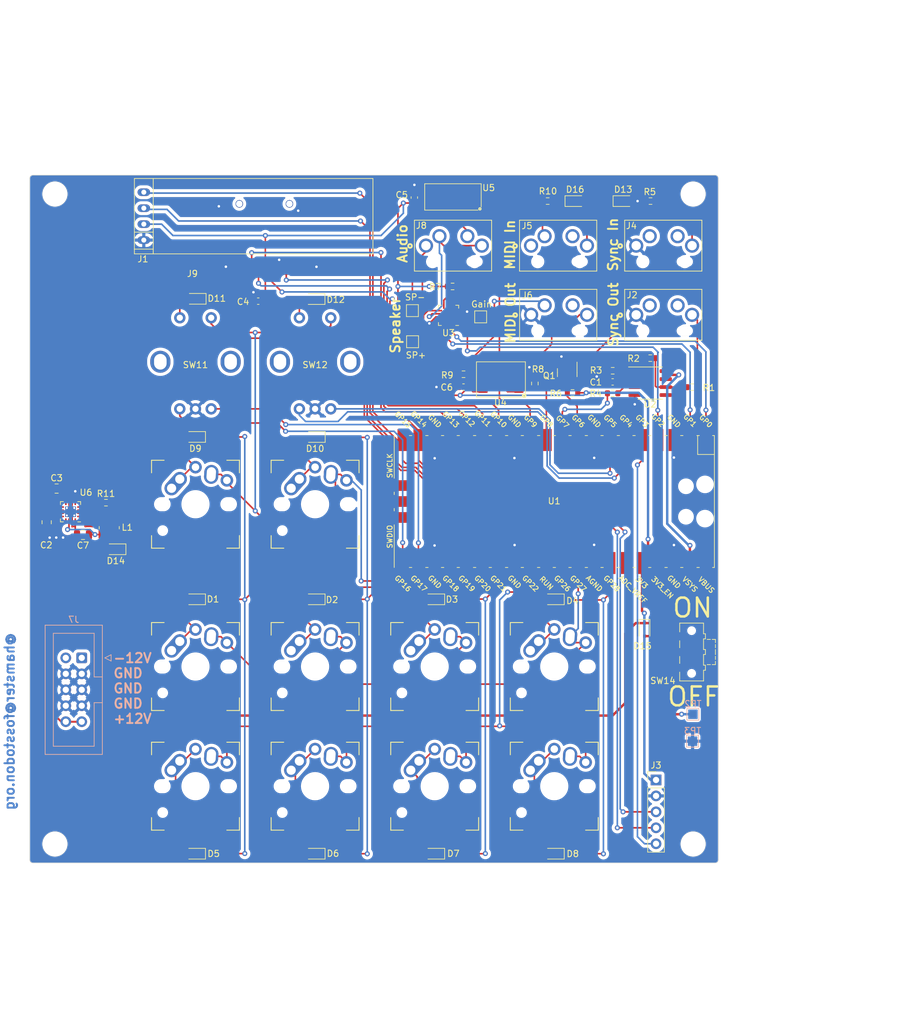
<source format=kicad_pcb>
(kicad_pcb (version 20221018) (generator pcbnew)
  (layers (0 "F.Cu" signal) (31 "B.Cu" signal) (34 "B.Paste" user) (35 "F.Paste" user) (36 "B.SilkS" user "B.Silkscreen") (37 "F.SilkS" user "F.Silkscreen") (38 "B.Mask" user) (39 "F.Mask" user) (44 "Edge.Cuts" user))
  (net 0 "")
  (net 1 "GND")
  (net 2 "+3V3")
  (net 3 "Net-(U2-+)")
  (net 4 "+12V")
  (net 5 "Net-(D10-A)")
  (net 6 "SD_MOSI")
  (net 7 "SD_CS")
  (net 8 "Net-(U6-SS{slash}TR)")
  (net 9 "SD_SCK")
  (net 10 "SD_MISO")
  (net 11 "+5V")
  (net 12 "VCC")
  (net 13 "Net-(D15-A)")
  (net 14 "Net-(D16-K)")
  (net 16 "Net-(D16-A)")
  (net 17 "Net-(J2-Pad2)")
  (net 19 "SCL")
  (net 20 "SDA")
  (net 21 "RGB")
  (net 23 "SYNC_IN")
  (net 24 "Net-(J4-Pad2)")
  (net 26 "ENC1_SW")
  (net 28 "SYNC_OUT")
  (net 29 "ENC1_A")
  (net 30 "ENC1_B")
  (net 32 "Net-(J5-Pad3)")
  (net 33 "Net-(J6-Pad3)")
  (net 34 "I2S_BCLK")
  (net 35 "I2S_LRCLK")
  (net 36 "I2S_DIN")
  (net 37 "MIDI_OUT")
  (net 38 "MIDI_IN")
  (net 48 "Net-(U3-OUTP)")
  (net 49 "Net-(U3-OUTN)")
  (net 50 "Net-(J8-Pad4)")
  (net 51 "Net-(J6-Pad2)")
  (net 56 "Net-(L1-Pad1)")
  (net 57 "Net-(R1-Pad2)")
  (net 58 "Net-(U2--)")
  (net 59 "Net-(U3-~{SD_MODE})")
  (net 60 "C0")
  (net 61 "C1")
  (net 62 "C2")
  (net 63 "R3")
  (net 64 "ENC2_A")
  (net 65 "ENC2_B")
  (net 66 "ENC2_SW")
  (net 67 "R2")
  (net 68 "R1")
  (net 69 "R0")
  (net 70 "Net-(D1-A)")
  (net 71 "Net-(D2-A)")
  (net 72 "Net-(D3-A)")
  (net 73 "Net-(D4-A)")
  (net 74 "Net-(D5-A)")
  (net 75 "Net-(D6-A)")
  (net 76 "Net-(D7-A)")
  (net 77 "Net-(D8-A)")
  (net 78 "Net-(D9-A)")
  (net 79 "Net-(D13-K)")
  (net 80 "Net-(R8-Pad2)")
  (net 81 "Net-(U6-PG)")
  (net 83 "Net-(SW14-B)")
  (net 84 "Net-(U3-GAIN_SLOT)")
  (net 91 "Net-(U4-Pad1)")
  (footprint "lib_fp:MX-Alps-Choc-1U" (layer "F.Cu") (at 123.71 119.08)
    (fp_text reference "SW1")
    (fp_text value "Seq1")
  )
  (footprint "Diode_SMD:D_SOD-323" (layer "F.Cu") (at 123.7875 60.54 180)
    (fp_text reference "D11")
    (fp_text value "D_Small_Filled")
  )
  (footprint "Resistor_SMD:R_0603_1608Metric" (layer "F.Cu") (at 196.19 44.98 180)
    (fp_text reference "R5")
    (fp_text value "100k")
  )
  (footprint "lib_fp:RotaryEncoder" (layer "F.Cu") (at 142.76 70.56)
    (fp_text reference "SW12")
    (fp_text value "Volume")
  )
  (footprint "Resistor_SMD:R_0603_1608Metric" (layer "F.Cu") (at 109.45 92.99)
    (fp_text reference "R11")
    (fp_text value "100k")
  )
  (footprint "lib_fp:MOLEX_47257-0001" (layer "F.Cu") (at 177.175895 63.08)
    (fp_text reference "J6")
    (fp_text value "MIDI OUT")
    (fp_line (start 7.24 3.35) (end 8.24 3.35) (stroke (width 0.01)) (layer "Edge.Cuts"))
    (fp_line (start 8.24 1.75) (end 7.24 1.75) (stroke (width 0.01)) (layer "Edge.Cuts"))
    (fp_arc (start 7.24 3.35) (mid 6.44 2.55) (end 7.24 1.75) (stroke (width 0.01)) (layer "Edge.Cuts"))
    (fp_arc (start 8.24 1.75) (mid 9.04 2.55) (end 8.24 3.35) (stroke (width 0.01)) (layer "Edge.Cuts"))
  )
  (footprint "Capacitor_SMD:C_0805_2012Metric" (layer "F.Cu") (at 101.59 90.75)
    (fp_text reference "C3")
    (fp_text value "3.3nF")
  )
  (footprint "Diode_SMD:D_SOD-323" (layer "F.Cu") (at 142.7375 108.38 180)
    (fp_text reference "D2")
    (fp_text value "D_Small_Filled")
  )
  (footprint "Connector_PinHeader_2.54mm:PinHeader_1x05_P2.54mm_Vertical" (layer "F.Cu") (at 197.07 137.1396)
    (fp_text reference "J3")
    (fp_text value "FRONT")
  )
  (footprint "lib_fp:RPi_Pico_SMD" (layer "F.Cu") (at 180.87 92.81 -90)
    (fp_text reference "U1")
    (fp_text value "Pico")
  )
  (footprint "Diode_SMD:D_SOD-323" (layer "F.Cu") (at 111.02 100.41 180)
    (fp_text reference "D14")
    (fp_text value "D_Schottky")
  )
  (footprint "lib_fp:MX-Alps-Choc-1U" (layer "F.Cu") (at 180.86 138.13)
    (fp_text reference "SW8")
    (fp_text value "Seq8")
  )
  (footprint "Diode_SMD:D_SOD-323" (layer "F.Cu") (at 180.8375 108.38 180)
    (fp_text reference "D4")
    (fp_text value "D_Small_Filled")
  )
  (footprint "PCM_Package_SO_AKL:SO-5_4.4x3.6mm_P1.27mm" (layer "F.Cu") (at 164.72 44.32 180)
    (fp_text reference "U5")
    (fp_text value "TLP2361" hide)
  )
  (footprint "Capacitor_SMD:C_0603_1608Metric" (layer "F.Cu") (at 158.57 44.42 90)
    (fp_text reference "C5")
    (fp_text value "0.1uF")
  )
  (footprint "Resistor_SMD:R_0603_1608Metric" (layer "F.Cu") (at 164.66 58.57)
    (fp_text reference "R7")
    (fp_text value "1M")
  )
  (footprint "Resistor_SMD:R_0603_1608Metric" (layer "F.Cu") (at 196.15 69.98 180)
    (fp_text reference "R2")
    (fp_text value "220k")
  )
  (footprint "Package_TO_SOT_SMD:SOT-23" (layer "F.Cu") (at 182.92 72.29 -90)
    (fp_text reference "Q1")
    (fp_text value "3904")
  )
  (footprint "Resistor_SMD:R_0603_1608Metric" (layer "F.Cu") (at 202.825 74.605 180)
    (fp_text reference "R1")
    (fp_text value "1k")
  )
  (footprint "Package_SO:SOIC-8_3.9x4.9mm_P1.27mm" (layer "F.Cu") (at 196.135 73.955)
    (fp_text reference "U2")
    (fp_text value "OPA341UA")
  )
  (footprint "lib_fp:MX-Alps-Choc-1U" (layer "F.Cu") (at 161.81 138.13)
    (fp_text reference "SW7")
    (fp_text value "Seq7")
  )
  (footprint "Diode_SMD:D_SOD-323" (layer "F.Cu") (at 123.6875 148.88 180)
    (fp_text reference "D5")
    (fp_text value "D_Small_Filled")
  )
  (footprint "lib_fp:MX-Alps-Choc-1U" (layer "F.Cu") (at 161.81 119.08)
    (fp_text reference "SW3")
    (fp_text value "Seq3")
  )
  (footprint "Inductor_SMD:L_Wuerth_MAPI-3015" (layer "F.Cu") (at 109.97 96.98 -90)
    (fp_text reference "L1")
    (fp_text value "2.2uH")
  )
  (footprint "TestPoint:TestPoint_Pad_1.5x1.5mm" (layer "F.Cu") (at 158.29 67.37 180)
    (fp_text reference "TP4" hide)
    (fp_text value "SP-")
  )
  (footprint "Diode_SMD:D_SOD-323" (layer "F.Cu") (at 142.76 82.54 180)
    (fp_text reference "D10")
    (fp_text value "D_Small_Filled")
  )
  (footprint "lib_fp:MOLEX_47257-0001" (layer "F.Cu") (at 193.91 63.09)
    (fp_text reference "J2")
    (fp_text value "SYNC OUT")
    (fp_line (start 7.24 3.35) (end 8.24 3.35) (stroke (width 0.01)) (layer "Edge.Cuts"))
    (fp_line (start 8.24 1.75) (end 7.24 1.75) (stroke (width 0.01)) (layer "Edge.Cuts"))
    (fp_arc (start 7.24 3.35) (mid 6.44 2.55) (end 7.24 1.75) (stroke (width 0.01)) (layer "Edge.Cuts"))
    (fp_arc (start 8.24 1.75) (mid 9.04 2.55) (end 8.24 3.35) (stroke (width 0.01)) (layer "Edge.Cuts"))
  )
  (footprint "lib_fp:MX-Alps-Choc-1U" (layer "F.Cu") (at 142.76 119.08)
    (fp_text reference "SW2")
    (fp_text value "Seq2")
  )
  (footprint "lib_fp:MOLEX_47257-0001" (layer "F.Cu") (at 160.42179 52.07)
    (fp_text reference "J8")
    (fp_text value "HEADPHONE")
    (fp_line (start 7.24 3.35) (end 8.24 3.35) (stroke (width 0.01)) (layer "Edge.Cuts"))
    (fp_line (start 8.24 1.75) (end 7.24 1.75) (stroke (width 0.01)) (layer "Edge.Cuts"))
    (fp_arc (start 7.24 3.35) (mid 6.44 2.55) (end 7.24 1.75) (stroke (width 0.01)) (layer "Edge.Cuts"))
    (fp_arc (start 8.24 1.75) (mid 9.04 2.55) (end 8.24 3.35) (stroke (width 0.01)) (layer "Edge.Cuts"))
  )
  (footprint "Diode_SMD:D_SOD-323" (layer "F.Cu") (at 195.24 113.19 -90)
    (fp_text reference "D15")
    (fp_text value "D_Schottky")
  )
  (footprint "Capacitor_SMD:C_0603_1608Metric" (layer "F.Cu") (at 166.405 74.59 180)
    (fp_text reference "C6")
    (fp_text value "0.1uF")
  )
  (footprint "Package_DFN_QFN:VQFN-16-1EP_3x3mm_P0.5mm_EP1.68x1.68mm_ThermalVias" (layer "F.Cu") (at 103.81 94.4375 180)
    (fp_text reference "U6")
    (fp_text value "TPS62153")
  )
  (footprint "Resistor_SMD:R_0603_1608Metric" (layer "F.Cu") (at 166.405 72.55)
    (fp_text reference "R9")
    (fp_text value "33R")
  )
  (footprint "Resistor_SMD:R_0603_1608Metric" (layer "F.Cu") (at 190.16 75.585 180)
    (fp_text reference "R4")
    (fp_text value "1k")
  )
  (footprint "TestPoint:TestPoint_Pad_1.5x1.5mm" (layer "F.Cu") (at 158.26 62.42)
    (fp_text reference "TP5" hide)
    (fp_text value "SP+")
  )
  (footprint "Resistor_SMD:R_0603_1608Metric" (layer "F.Cu") (at 190.17 71.995)
    (fp_text reference "R3")
    (fp_text value "100k")
  )
  (footprint "Resistor_SMD:R_0603_1608Metric" (layer "F.Cu") (at 179.81 44.98)
    (fp_text reference "R10")
    (fp_text value "220R")
  )
  (footprint "lib_fp:MX-Alps-Choc-1U" (layer "F.Cu") (at 123.71 138.13)
    (fp_text reference "SW5")
    (fp_text value "Seq5")
  )
  (footprint "lib_fp:MX-Alps-Choc-1U" (layer "F.Cu") (at 123.71 93.24)
    (fp_text reference "SW9")
    (fp_text value "PlayPause")
  )
  (footprint "Diode_SMD:D_SOD-323" (layer "F.Cu") (at 180.8375 148.88 180)
    (fp_text reference "D8")
    (fp_text value "D_Small_Filled")
  )
  (footprint "TestPoint:TestPoint_Pad_1.5x1.5mm" (layer "F.Cu") (at 169.13 63.41 180)
    (fp_text reference "TP1" hide)
    (fp_text value "Gain")
  )
  (footprint "lib_fp:MOLEX_47257-0001" (layer "F.Cu") (at 177.165895 52.07)
    (fp_text reference "J5")
    (fp_text value "MIDI IN")
    (fp_line (start 7.24 3.35) (end 8.24 3.35) (stroke (width 0.01)) (layer "Edge.Cuts"))
    (fp_line (start 8.24 1.75) (end 7.24 1.75) (stroke (width 0.01)) (layer "Edge.Cuts"))
    (fp_arc (start 7.24 3.35) (mid 6.44 2.55) (end 7.24 1.75) (stroke (width 0.01)) (layer "Edge.Cuts"))
    (fp_arc (start 8.24 1.75) (mid 9.04 2.55) (end 8.24 3.35) (stroke (width 0.01)) (layer "Edge.Cuts"))
  )
  (footprint "lib_fp:SW_SPDT_CK-JS102011SAQN" (layer "F.Cu") (at 202.735 116.77 90)
    (fp_text reference "SW14")
    (fp_text value "SW_SPDT")
  )
  (footprint "Diode_SMD:D_SOD-323" (layer "F.Cu") (at 191.84 44.98)
    (fp_text reference "D13")
    (fp_text value "D_Small_Filled")
  )
  (footprint "Diode_SMD:D_SOD-323" (layer "F.Cu") (at 161.7875 148.88 180)
    (fp_text reference "D7")
    (fp_text value "D_Small_Filled")
  )
  (footprint "lib_fp:RotaryEncoder" (layer "F.Cu") (at 123.71 70.56)
    (fp_text reference "SW11")
    (fp_text value "Function Select")
  )
  (footprint "Resistor_SMD:R_0603_1608Metric" (layer "F.Cu") (at 177.77 74.02 -90)
    (fp_text reference "R8")
    (fp_text value "10R")
  )
  (footprint "Package_DFN_QFN:TQFN-16-1EP_3x3mm_P0.5mm_EP1.23x1.23mm" (layer "F.Cu") (at 164.02 63.17 180)
    (fp_text reference "U3")
    (fp_text value "MAX98357A/B")
  )
  (footprint "Diode_SMD:D_SOD-323" (layer "F.Cu") (at 123.6875 108.38 180)
    (fp_text reference "D1")
    (fp_text value "D_Small_Filled")
  )
  (footprint "Diode_SMD:D_SOD-323" (layer "F.Cu") (at 184.18 44.98)
    (fp_text reference "D16")
    (fp_text value "D_Small_Filled")
  )
  (footprint "PCM_Package_SO_AKL:TSSOP-14_4.4x5mm_P0.65mm" (layer "F.Cu") (at 172.3625 73.37 180)
    (fp_text reference "U4")
    (fp_text value "74HC04" hide)
  )
  (footprint "Diode_SMD:D_SOD-323" (layer "F.Cu") (at 123.69 82.53 180)
    (fp_text reference "D9")
    (fp_text value "D_Small_Filled")
  )
  (footprint "lib_fp:MX-Alps-Choc-1U" (layer "F.Cu") (at 180.86 119.08)
    (fp_text reference "SW4")
    (fp_text value "Seq4")
  )
  (footprint "lib_fp:MicroSD-Socket-Seeed-320090008" (layer "F.Cu") (at 133.74 45.42 180)
    (fp_text reference "J9")
    (fp_text value "Micro_SD_Card_SPI" hide)
  )
  (footprint "lib_fp:OLED" (layer "F.Cu") (at 115.48 47.38)
    (fp_text reference "J1")
    (fp_text value "OLED")
  )
  (footprint "Capacitor_SMD:C_0805_2012Metric" (layer "F.Cu") (at 100 96.11 -90)
    (fp_text reference "C2")
    (fp_text value "10uF")
  )
  (footprint "Diode_SMD:D_SOD-323" (layer "F.Cu") (at 142.7375 148.88 180)
    (fp_text reference "D6")
    (fp_text value "D_Small_Filled")
  )
  (footprint "lib_fp:MOLEX_47257-0001" (layer "F.Cu") (at 193.91 52.07)
    (fp_text reference "J4")
    (fp_text value "SYNC IN")
    (fp_line (start 7.24 3.35) (end 8.24 3.35) (stroke (width 0.01)) (layer "Edge.Cuts"))
    (fp_line (start 8.24 1.75) (end 7.24 1.75) (stroke (width 0.01)) (layer "Edge.Cuts"))
    (fp_arc (start 7.24 3.35) (mid 6.44 2.55) (end 7.24 1.75) (stroke (width 0.01)) (layer "Edge.Cuts"))
    (fp_arc (start 8.24 1.75) (mid 9.04 2.55) (end 8.24 3.35) (stroke (width 0.01)) (layer "Edge.Cuts"))
  )
  (footprint "Diode_SMD:D_SOD-323" (layer "F.Cu") (at 142.72 60.58 180)
    (fp_text reference "D12")
    (fp_text value "D_Small_Filled")
  )
  (footprint "Diode_SMD:D_SOD-323" (layer "F.Cu") (at 161.7875 108.38 180)
    (fp_text reference "D3")
    (fp_text value "D_Small_Filled")
  )
  (footprint "Capacitor_SMD:C_0805_2012Metric" (layer "F.Cu") (at 105.79 98.12 180)
    (fp_text reference "C7")
    (fp_text value "22uF")
  )
  (footprint "lib_fp:MX-Alps-Choc-1U" (layer "F.Cu") (at 142.76 138.13)
    (fp_text reference "SW6")
    (fp_text value "Seq6")
  )
  (footprint "Capacitor_SMD:C_0603_1608Metric" (layer "F.Cu") (at 133.705 60.91)
    (fp_text reference "C4")
    (fp_text value "0.1uF")
  )
  (footprint "Resistor_SMD:R_0603_1608Metric" (layer "F.Cu") (at 183.77 75.53)
    (fp_text reference "R6")
    (fp_text value "10k")
  )
  (footprint "Capacitor_SMD:C_0603_1608Metric" (layer "F.Cu") (at 190.16 73.765 180)
    (fp_text reference "C1")
    (fp_text value "0.1uF")
  )
  (footprint "lib_fp:MX-Alps-Choc-1U" (layer "F.Cu") (at 142.76 93.24)
    (fp_text reference "SW10")
    (fp_text value "Function")
  )
  (footprint "Connector_IDC:IDC-Header_2x05_P2.54mm_Vertical" (layer "B.Cu") (at 105.5878 117.7036 180)
    (fp_text reference "J7")
    (fp_text value "Eurorack")
  )
  (footprint "TestPoint:TestPoint_Pad_1.5x1.5mm" (layer "B.Cu") (at 202.95 126.68 180)
    (fp_text reference "TP2")
    (fp_text value "BATT+")
  )
  (footprint "TestPoint:TestPoint_Pad_1.5x1.5mm" (layer "B.Cu") (at 202.89 130.97 180)
    (fp_text reference "TP3")
    (fp_text value "BATT-")
  )
  (gr_arc (start 97.813554 150.346446) (mid 97.46 150.2) (end 97.313554 149.846446) (stroke (width 0.1)) (layer "Edge.Cuts"))
  (gr_line (start 97.313554 41.353554) (end 97.313554 149.846446) (stroke (width 0.1)) (layer "Edge.Cuts"))
  (gr_circle (center 101.32 147.34) (end 103.32 147.34) (stroke (width 0.05)) (fill none) (layer "Edge.Cuts"))
  (gr_line (start 206.486446 40.853554) (end 97.813554 40.853554) (stroke (width 0.1)) (layer "Edge.Cuts"))
  (gr_circle (center 202.98 147.34) (end 204.98 147.34) (stroke (width 0.05)) (fill none) (layer "Edge.Cuts"))
  (gr_arc (start 97.313554 41.353554) (mid 97.46 41) (end 97.813554 40.853554) (stroke (width 0.1)) (layer "Edge.Cuts"))
  (gr_circle (center 101.32 43.86) (end 103.32 43.86) (stroke (width 0.05)) (fill none) (layer "Edge.Cuts"))
  (gr_line (start 97.813554 150.346446) (end 206.486446 150.346446) (stroke (width 0.1)) (layer "Edge.Cuts"))
  (gr_arc (start 206.486446 40.853554) (mid 206.84 41) (end 206.986446 41.353554) (stroke (width 0.1)) (layer "Edge.Cuts"))
  (gr_line (start 206.986446 149.846446) (end 206.986446 41.353554) (stroke (width 0.1)) (layer "Edge.Cuts"))
  (gr_circle (center 202.98 43.86) (end 204.98 43.86) (stroke (width 0.05)) (fill none) (layer "Edge.Cuts"))
  (gr_arc (start 206.986446 149.846446) (mid 206.84 150.2) (end 206.486446 150.346446) (stroke (width 0.1)) (layer "Edge.Cuts"))
  (gr_text "@hamster@fosstodon.org" (at 94.9706 113.5634 90) (layer "B.Cu") (effects (font (size 1.5 1.5) (thickness 0.3) bold) (justify left bottom mirror)))
  (gr_text "-12V\nGND\nGND\nGND\n+12V" (at 110.49 128.27) (layer "B.SilkS") (effects (font (size 1.5 1.5) (thickness 0.3) bold) (justify left bottom)))
  (gr_text "Gain" (at 167.54 61.98) (layer "F.SilkS") (effects (font (size 1 1)) (justify left bottom)))
  (gr_text "SP-" (at 156.99 60.86) (layer "F.SilkS") (effects (font (size 1 1)) (justify left bottom)))
  (gr_text "MIDI Out" (at 174.76 67.78 90) (layer "F.SilkS") (effects (font (size 1.5 1.5) (thickness 0.3) bold) (justify left bottom)))
  (gr_text "MIDI In" (at 174.69 56.05 90) (layer "F.SilkS") (effects (font (size 1.5 1.5) (thickness 0.3) bold) (justify left bottom)))
  (gr_text "Speaker" (at 156.42 69.39 90) (layer "F.SilkS") (effects (font (size 1.5 1.5) (thickness 0.3) bold) (justify left bottom)))
  (gr_text "SP+" (at 157.12 70.1) (layer "F.SilkS") (effects (font (size 1 1)) (justify left bottom)))
  (gr_text "Sync Out" (at 191.14 68.33 90) (layer "F.SilkS") (effects (font (size 1.5 1.5) (thickness 0.3) bold) (justify left bottom)))
  (gr_text "Sync In" (at 191.09 56.31 90) (layer "F.SilkS") (effects (font (size 1.5 1.5) (thickness 0.3) bold) (justify left bottom)))
  (gr_text "Audio" (at 157.5562 54.9656 90) (layer "F.SilkS") (effects (font (size 1.5 1.5) (thickness 0.3) bold) (justify left bottom)))
  (gr_text "ON" (at 199.48 111.49) (layer "F.SilkS") (effects (font (size 3 3) (thickness 0.4)) (justify left bottom)))
  (gr_text "OFF" (at 198.65 125.64) (layer "F.SilkS") (effects (font (size 3 3) (thickness 0.4)) (justify left bottom)))
  (segment (start 161.82 99.84) (end 161.79 99.81) (width 0.254) (layer "F.Cu") (net 1))
  (segment (start 125.99 45.82) (end 127.42 45.82) (width 0.254) (layer "F.Cu") (net 1))
  (segment (start 187.22 99.72) (end 187.21 99.71) (width 0.254) (layer "F.Cu") (net 1))
  (segment (start 103.56 94.1875) (end 103.81 94.4375) (width 0.2032) (layer "F.Cu") (net 1))
  (segment (start 189.385 73.765) (end 189.385 72.87) (width 0.254) (layer "F.Cu") (net 1))
  (segment (start 132.93 59.5) (end 132.94 59.49) (width 0.254) (layer "F.Cu") (net 1))
  (segment (start 132.93 60.91) (end 132.93 59.5) (width 0.254) (layer "F.Cu") (net 1))
  (segment (start 161.82 83.92) (end 161.82 85.91) (width 0.254) (layer "F.Cu") (net 1))
  (segment (start 187.22 83.92) (end 187.22 85.86) (width 0.254) (layer "F.Cu") (net 1))
  (segment (start 104.06 92.975) (end 104.06 94.1875) (width 0.2032) (layer "F.Cu") (net 1))
  (segment (start 104.06 95.9) (end 104.06 94.6875) (width 0.254) (layer "F.Cu") (net 1))
  (segment (start 104.56 96.79) (end 104.56 97.84) (width 0.254) (layer "F.Cu") (net 1))
  (segment (start 165.65 74.59) (end 162.0425 74.59) (width 0.254) (layer "F.Cu") (net 1))
  (segment (start 103.06 92.975) (end 103.06 91.27) (width 0.2032) (layer "F.Cu") (net 1))
  (segment (start 187.22 101.7) (end 187.22 99.72) (width 0.254) (layer "F.Cu") (net 1))
  (segment (start 161.82 85.91) (end 161.81 85.92) (width 0.254) (layer "F.Cu") (net 1))
  (segment (start 162 63.42) (end 160.97 64.45) (width 0.254) (layer "F.Cu") (net 1))
  (segment (start 192.89 44.98) (end 194.13 44.98) (width 0.254) (layer "F.Cu") (net 1))
  (segment (start 104.56 97.84) (end 104.84 98.12) (width 0.254) (layer "F.Cu") (net 1))
  (segment (start 181.97 71.3525) (end 181.97 69.76) (width 0.254) (layer "F.Cu") (net 1))
  (segment (start 166.63 62.92) (end 166.97 62.58) (width 0.254) (layer "F.Cu") (net 1))
  (segment (start 102.99 91.2) (end 102.54 90.75) (width 0.2032) (layer "F.Cu") (net 1))
  (segment (start 160.97 64.45) (end 160.96 64.45) (width 0.254) (layer "F.Cu") (net 1))
  (segment (start 159.165 43.05) (end 158.57 43.645) (width 0.254) (layer "F.Cu") (net 1))
  (segment (start 140.76 45.82) (end 140.07 46.51) (width 0.254) (layer "F.Cu") (net 1))
  (segment (start 174.52 83.92) (end 174.52 85.88) (width 0.254) (layer "F.Cu") (net 1))
  (segment (start 189.385 72.87) (end 187.66 72.87) (width 0.254) (layer "F.Cu") (net 1))
  (segment (start 103.06 91.27) (end 102.54 90.75) (width 0.2032) (layer "F.Cu") (net 1))
  (segment (start 104.56 95.9) (end 104.56 96.79) (width 0.254) (layer "F.Cu") (net 1))
  (segment (start 104.56 92.975) (end 104.56 91.2) (width 0.2032) (layer "F.Cu") (net 1))
  (segment (start 176.9 71.42) (end 176.89 71.43) (width 0.254) (layer "F.Cu") (net 1))
  (segment (start 104.06 94.6875) (end 103.81 94.4375) (width 0.254) (layer "F.Cu") (net 1))
  (segment (start 189.385 72.87) (end 189.385 72.035) (width 0.254) (layer "F.Cu") (net 1))
  (segment (start 162.5825 63.42) (end 162 63.42) (width 0.254) (layer "F.Cu") (net 1))
  (segment (start 137.04 55.92) (end 137.04 54.33) (width 0.254) (layer "F.Cu") (net 1))
  (segment (start 104.06 92.975) (end 104.06 91.28) (width 0.2032) (layer "F.Cu") (net 1))
  (segment (start 158.57 43.645) (end 158.58 43.635) (width 0.254) (layer "F.Cu") (net 1))
  (segment (start 104.06 94.1875) (end 103.81 94.4375) (width 0.2032) (layer "F.Cu") (net 1))
  (segment (start 175.225 71.42) (end 176.9125 71.42) (width 0.254) (layer "F.Cu") (net 1))
  (segment (start 104.56 91.2) (end 104.56 91.18) (width 0.2032) (layer "F.Cu") (net 1))
  (segment (start 104.56 96.79) (end 104.1 96.79) (width 0.254) (layer "F.Cu") (net 1))
  (segment (start 193.66 75.86) (end 193.66 77.31) (width 0.254) (layer "F.Cu") (net 1))
  (segment (start 199.92 101.7) (end 199.92 99.74) (width 0.254) (layer "F.Cu") (net 1))
  (segment (start 161.82 101.7) (end 161.82 99.84) (width 0.254) (layer "F.Cu") (net 1))
  (segment (start 104.56 91.18) (end 102.99 91.2) (width 0.2032) (layer "F.Cu") (net 1))
  (segment (start 103.56 91.77) (end 102.54 90.75) (width 0.2032) (layer "F.Cu") (net 1))
  (segment (start 126.89 55.42) (end 128.54 55.42) (width 0.254) (layer "F.Cu") (net 1))
  (segment (start 158.58 43.635) (end 158.58 42.4) (width 0.254) (layer "F.Cu") (net 1))
  (segment (start 142.96 55.42) (end 142.98 55.44) (width 0.254) (layer "F.Cu") (net 1))
  (segment (start 141.49 55.42) (end 142.96 55.42) (width 0.254) (layer "F.Cu") (net 1))
  (segment (start 103.56 92.975) (end 103.56 94.1875) (width 0.2032) (layer "F.Cu") (net 1))
  (segment (start 187.66 72.87) (end 187.62 72.91) (width 0.254) (layer "F.Cu") (net 1))
  (segment (start 127.42 45.82) (end 127.43 45.81) (width 0.254) (layer "F.Cu") (net 1))
  (segment (start 165.4575 62.92) (end 166.63 62.92) (width 0.254) (layer "F.Cu") (net 1))
  (segment (start 104.06 96.83) (end 104.06 95.9) (width 0.254) (layer "F.Cu") (net 1))
  (segment (start 161.57 43.05) (end 159.165 43.05) (width 0.254) (layer "F.Cu") (net 1))
  (segment (start 103.56 92.975) (end 103.56 91.77) (width 0.2032) (layer "F.Cu") (net 1))
  (segment (start 128.54 55.42) (end 128.55 55.43) (width 0.254) (layer "F.Cu") (net 1))
  (segment (start 181.97 69.76) (end 182 69.73) (width 0.254) (layer "F.Cu") (net 1))
  (segment (start 104.1 96.79) (end 104.06 96.83) (width 0.254) (layer "F.Cu") (net 1))
  (segment (start 176.9125 71.42) (end 176.9 71.42) (width 0.254) (layer "F.Cu") (net 1))
  (segment (start 174.52 101.7) (end 174.52 99.76) (width 0.254) (layer "F.Cu") (net 1))
  (segment (start 174.52 99.76) (end 174.54 99.74) (width 0.254) (layer "F.Cu") (net 1))
  (segment (start 193.66 77.31) (end 193.68 77.33) (width 0.254) (layer "F.Cu") (net 1))
  (segment (start 189.385 72.035) (end 189.345 71.995) (width 0.254) (layer "F.Cu") (net 1))
  (segment (start 199.92 83.92) (end 199.92 85.81) (width 0.254) (layer "F.Cu") (net 1))
  (segment (start 174.52 85.88) (end 174.51 85.89) (width 0.254) (layer "F.Cu") (net 1))
  (segment (start 141.49 45.82) (end 140.76 45.82) (width 0.254) (layer "F.Cu") (net 1))
  (via (at 187.21 99.71) (size 0.8) (drill 0.4) (layers "F.Cu" "B.Cu") (net 1))
  (via (at 187.22 85.86) (size 0.8) (drill 0.4) (layers "F.Cu" "B.Cu") (net 1))
  (via (at 102.62 98.55) (size 0.8) (drill 0.4) (layers "F.Cu" "B.Cu") (net 1))
  (via (at 161.79 99.81) (size 0.8) (drill 0.4) (layers "F.Cu" "B.Cu") (net 1))
  (via (at 128.55 55.43) (size 0.8) (drill 0.4) (layers "F.Cu" "B.Cu") (net 1))
  (via (at 187.62 72.91) (size 0.8) (drill 0.4) (layers "F.Cu" "B.Cu") (net 1))
  (via (at 174.54 99.74) (size 0.8) (drill 0.4) (layers "F.Cu" "B.Cu") (net 1))
  (via (at 127.43 45.81) (size 0.8) (drill 0.4) (layers "F.Cu" "B.Cu") (net 1))
  (via (at 199.92 99.74) (size 0.8) (drill 0.4) (layers "F.Cu" "B.Cu") (net 1))
  (via (at 182 69.73) (size 0.8) (drill 0.4) (layers "F.Cu" "B.Cu") (net 1))
  (via (at 140.07 46.51) (size 0.8) (drill 0.4) (layers "F.Cu" "B.Cu") (net 1))
  (via (at 162.09 74.58) (size 0.8) (drill 0.4) (layers "F.Cu" "B.Cu") (net 1))
  (via (at 199.92 85.81) (size 0.8) (drill 0.4) (layers "F.Cu" "B.Cu") (net 1))
  (via (at 132.94 59.49) (size 0.8) (drill 0.4) (layers "F.Cu" "B.Cu") (net 1))
  (via (at 104.56 91.18) (size 0.8) (drill 0.4) (layers "F.Cu" "B.Cu") (net 1))
  (via (at 174.51 85.89) (size 0.8) (drill 0.4) (layers "F.Cu" "B.Cu") (net 1))
  (via (at 161.81 85.92) (size 0.8) (drill 0.4) (layers "F.Cu" "B.Cu") (net 1))
  (via (at 142.98 55.44) (size 0.8) (drill 0.4) (layers "F.Cu" "B.Cu") (net 1))
  (via (at 176.89 71.43) (size 0.8) (drill 0.4) (layers "F.Cu" "B.Cu") (net 1))
  (via (at 158.58 42.4) (size 0.8) (drill 0.4) (layers "F.Cu" "B.Cu") (net 1))
  (via (at 101.53 98.55) (size 0.8) (drill 0.4) (layers "F.Cu" "B.Cu") (net 1))
  (via (at 166.97 62.58) (size 0.8) (drill 0.4) (layers "F.Cu" "B.Cu") (net 1))
  (via (at 160.96 64.45) (size 0.8) (drill 0.4) (layers "F.Cu" "B.Cu") (net 1))
  (via (at 193.68 77.33) (size 0.8) (drill 0.4) (layers "F.Cu" "B.Cu") (net 1))
  (via (at 137.04 54.33) (size 0.8) (drill 0.4) (layers "F.Cu" "B.Cu") (net 1))
  (via (at 194.13 44.98) (size 0.8) (drill 0.4) (layers "F.Cu" "B.Cu") (net 1))
  (via (at 100.48 98.56) (size 0.8) (drill 0.4) (layers "F.Cu" "B.Cu") (net 1))
  (segment (start 163.27 60.75) (end 163.77 60.25) (width 0.254) (layer "F.Cu") (net 2))
  (segment (start 194.84 101.7) (end 195.8 100.74) (width 0.381) (layer "F.Cu") (net 2))
  (segment (start 134.84 55.92) (end 134.84 60.55) (width 0.254) (layer "F.Cu") (net 2))
  (segment (start 156.82 45.29) (end 155.96 46.15) (width 0.254) (layer "F.Cu") (net 2))
  (segment (start 195.8 100.74) (end 195.8 98.8) (width 0.381) (layer "F.Cu") (net 2))
  (segment (start 163.835 58.57) (end 160.94 58.57) (width 0.254) (layer "F.Cu") (net 2))
  (segment (start 194.84 110.22) (end 195.21 110.59) (width 0.381) (layer "F.Cu") (net 2))
  (segment (start 163.77 60.25) (end 163.77 58.635) (width 0.254) (layer "F.Cu") (net 2))
  (segment (start 165.87 75.9) (end 167.18 74.59) (width 0.254) (layer "F.Cu") (net 2))
  (segment (start 185.94 75.5) (end 184.625 75.5) (width 0.254) (layer "F.Cu") (net 2))
  (segment (start 194.84 101.7) (end 194.84 110.22) (width 0.381) (layer "F.Cu") (net 2))
  (segment (start 163.77 61.7325) (end 163.77 60.25) (width 0.254) (layer "F.Cu") (net 2))
  (segment (start 184.625 75.5) (end 184.595 75.53) (width 0.254) (layer "F.Cu") (net 2))
  (segment (start 155.96 58.57) (end 155.96 74.63) (width 0.254) (layer "F.Cu") (net 2))
  (segment (start 157.23 75.9) (end 165.87 75.9) (width 0.254) (layer "F.Cu") (net 2))
  (segment (start 167.26 72.55) (end 167.26 74.53) (width 0.254) (layer "F.Cu") (net 2))
  (segment (start 163.27 61.7325) (end 163.27 60.75) (width 0.254) (layer "F.Cu") (net 2))
  (segment (start 161.57 45.59) (end 158.965 45.59) (width 0.381) (layer "F.Cu") (net 2))
  (segment (start 155.96 46.15) (end 155.96 58.57) (width 0.254) (layer "F.Cu") (net 2))
  (segment (start 167.26 74.53) (end 167.2 74.59) (width 0.254) (layer "F.Cu") (net 2))
  (segment (start 156.82 45.29) (end 158.475 45.29) (width 0.254) (layer "F.Cu") (net 2))
  (segment (start 158.475 45.29) (end 158.57 45.195) (width 0.254) (layer "F.Cu") (net 2))
  (segment (start 169.5 75.32) (end 167.91 75.32) (width 0.254) (layer "F.Cu") (net 2))
  (segment (start 134.84 60.55) (end 134.48 60.91) (width 0.254) (layer "F.Cu") (net 2))
  (segment (start 155.96 74.63) (end 157.23 75.9) (width 0.254) (layer "F.Cu") (net 2))
  (segment (start 134.84 55.92) (end 134.84 50.46) (width 0.254) (layer "F.Cu") (net 2))
  (segment (start 158.965 45.59) (end 158.57 45.195) (width 0.381) (layer "F.Cu") (net 2))
  (segment (start 167.91 75.32) (end 167.18 74.59) (width 0.254) (layer "F.Cu") (net 2))
  (via (at 165.87 75.9) (size 0.8) (drill 0.4) (layers "F.Cu" "B.Cu") (net 2))
  (via (at 185.94 75.5) (size 0.8) (drill 0.4) (layers "F.Cu" "B.Cu") (net 2))
  (via (at 195.21 110.59) (size 0.8) (drill 0.4) (layers "F.Cu" "B.Cu") (net 2))
  (via (at 155.96 58.57) (size 0.8) (drill 0.4) (layers "F.Cu" "B.Cu") (net 2))
  (via (at 195.8 98.8) (size 0.8) (drill 0.4) (layers "F.Cu" "B.Cu") (net 2))
  (via (at 134.84 50.46) (size 0.8) (drill 0.4) (layers "F.Cu" "B.Cu") (net 2))
  (via (at 160.94 58.57) (size 0.8) (drill 0.4) (layers "F.Cu" "B.Cu") (net 2))
  (via (at 156.82 45.29) (size 0.8) (drill 0.4) (layers "F.Cu" "B.Cu") (net 2))
  (segment (start 153.27 50.46) (end 156.82 46.91) (width 0.254) (layer "B.Cu") (net 2))
  (segment (start 195.21 110.59) (end 195.21 136.1186) (width 0.381) (layer "B.Cu") (net 2))
  (segment (start 195.8 77.01) (end 194.29 75.5) (width 0.381) (layer "B.Cu") (net 2))
  (segment (start 156.82 46.91) (end 156.82 45.29) (width 0.254) (layer "B.Cu") (net 2))
  (segment (start 120.12 50.46) (end 134.84 50.46) (width 0.254) (layer "B.Cu") (net 2))
  (segment (start 160.94 58.57) (end 155.96 58.57) (width 0.254) (layer "B.Cu") (net 2))
  (segment (start 165.87 75.9) (end 185.54 75.9) (width 0.254) (layer "B.Cu") (net 2))
  (segment (start 197.07 137.1396) (end 196.231 137.1396) (width 0.381) (layer "B.Cu") (net 2))
  (segment (start 195.8 98.8) (end 195.8 77.01) (width 0.381) (layer "B.Cu") (net 2))
  (segment (start 185.54 75.9) (end 185.94 75.5) (width 0.254) (layer "B.Cu") (net 2))
  (segment (start 134.84 50.46) (end 153.27 50.46) (width 0.254) (layer "B.Cu") (net 2))
  (segment (start 115.48 48.65) (end 118.31 48.65) (width 0.254) (layer "B.Cu") (net 2))
  (segment (start 196.231 137.1396) (end 195.21 136.1186) (width 0.381) (layer "B.Cu") (net 2))
  (segment (start 194.29 75.5) (end 185.94 75.5) (width 0.381) (layer "B.Cu") (net 2))
  (segment (start 118.31 48.65) (end 120.12 50.46) (width 0.254) (layer "B.Cu") (net 2))
  (segment (start 191.76 74.59) (end 190.935 73.765) (width 0.254) (layer "F.Cu") (net 3))
  (segment (start 193.66 74.59) (end 191.76 74.59) (width 0.254) (layer "F.Cu") (net 3))
  (segment (start 190.985 75.585) (end 191.76 74.81) (width 0.254) (layer "F.Cu") (net 3))
  (segment (start 191.76 74.81) (end 191.76 74.59) (width 0.254) (layer "F.Cu") (net 3))
  (segment (start 102.3475 95.6775) (end 102.57 95.9) (width 0.254) (layer "F.Cu") (net 4))
  (segment (start 104.71 127.87) (end 102.33 127.87) (width 0.3048) (layer "F.Cu") (net 4))
  (segment (start 102.32 95.16) (end 100 95.16) (width 0.254) (layer "F.Cu") (net 4))
  (segment (start 102.33 127.87) (end 98.39 123.93) (width 0.3048) (layer "F.Cu") (net 4))
  (segment (start 102.3475 95.1875) (end 102.32 95.16) (width 0.254) (layer "F.Cu") (net 4))
  (segment (start 98.39 95.98) (end 99.21 95.16) (width 0.3048) (layer "F.Cu") (net 4))
  (segment (start 99.21 95.16) (end 100 95.16) (width 0.3048) (layer "F.Cu") (net 4))
  (segment (start 102.3475 95.1875) (end 102.3475 95.6775) (width 0.254) (layer "F.Cu") (net 4))
  (segment (start 102.57 95.9) (end 103.06 95.9) (width 0.254) (layer "F.Cu") (net 4))
  (segment (start 100.9725 94.1875) (end 100 95.16) (width 0.254) (layer "F.Cu") (net 4))
  (segment (start 98.39 123.93) (end 98.39 95.98) (width 0.3048) (layer "F.Cu") (net 4))
  (segment (start 100.4725 94.6875) (end 100 95.16) (width 0.254) (layer "F.Cu") (net 4))
  (segment (start 102.3475 94.6875) (end 100.4725 94.6875) (width 0.254) (layer "F.Cu") (net 4))
  (segment (start 102.3475 94.1875) (end 100.9725 94.1875) (width 0.254) (layer "F.Cu") (net 4))
  (segment (start 142.76 87.34) (end 141.71 86.29) (width 0.254) (layer "F.Cu") (net 5))
  (segment (start 141.71 86.29) (end 141.71 82.54) (width 0.254) (layer "F.Cu") (net 5))
  (segment (start 142.16 87.34) (end 140.26 89.24) (width 0.254) (layer "F.Cu") (net 5))
  (segment (start 142.76 87.34) (end 142.16 87.34) (width 0.254) (layer "F.Cu") (net 5))
  (segment (start 168.16 77.56) (end 154.43 77.56) (width 0.254) (layer "F.Cu") (net 6))
  (segment (start 154.43 77.56) (end 154.23 77.36) (width 0.254) (layer "F.Cu") (net 6))
  (segment (start 169.44 83.92) (end 169.44 78.84) (width 0.254) (layer "F.Cu") (net 6))
  (segment (start 133.75 58.07) (end 133.75 55.93) (width 0.254) (layer "F.Cu") (net 6))
  (segment (start 169.44 78.84) (end 168.16 77.56) (width 0.254) (layer "F.Cu") (net 6))
  (segment (start 154.23 77.36) (end 154.23 59.38) (width 0.254) (layer "F.Cu") (net 6))
  (segment (start 154.23 59.38) (end 154.63 58.98) (width 0.254) (layer "F.Cu") (net 6))
  (segment (start 133.75 55.93) (end 133.74 55.92) (width 0.254) (layer "F.Cu") (net 6))
  (via (at 154.63 58.98) (size 0.8) (drill 0.4) (layers "F.Cu" "B.Cu") (net 6))
  (via (at 133.75 58.07) (size 0.8) (drill 0.4) (layers "F.Cu" "B.Cu") (net 6))
  (segment (start 134.16 58.48) (end 133.75 58.07) (width 0.254) (layer "B.Cu") (net 6))
  (segment (start 154.63 58.98) (end 154.13 58.48) (width 0.254) (layer "B.Cu") (net 6))
  (segment (start 154.13 58.48) (end 134.87 58.48) (width 0.254) (layer "B.Cu") (net 6))
  (segment (start 134.87 58.48) (end 134.16 58.48) (width 0.254) (layer "B.Cu") (net 6))
  (segment (start 153.26 53.18) (end 153.25 53.17) (width 0.254) (layer "F.Cu") (net 7))
  (segment (start 132.66 53.19) (end 132.66 55.9) (width 0.254) (layer "F.Cu") (net 7))
  (segment (start 164.36 80.14) (end 162.76 78.54) (width 0.254) (layer "F.Cu") (net 7))
  (segment (start 162.76 78.54) (end 153.91 78.54) (width 0.254) (layer "F.Cu") (net 7))
  (segment (start 164.36 83.92) (end 164.36 80.14) (width 0.254) (layer "F.Cu") (net 7))
  (segment (start 153.26 77.89) (end 153.26 53.18) (width 0.254) (layer "F.Cu") (net 7))
  (segment (start 153.91 78.54) (end 153.26 77.89) (width 0.254) (layer "F.Cu") (net 7))
  (segment (start 132.66 55.9) (end 132.64 55.92) (width 0.254) (layer "F.Cu") (net 7))
  (via (at 153.25 53.17) (size 0.8) (drill 0.4) (layers "F.Cu" "B.Cu") (net 7))
  (via (at 132.66 53.19) (size 0.8) (drill 0.4) (layers "F.Cu" "B.Cu") (net 7))
  (segment (start 132.68 53.17) (end 132.66 53.19) (width 0.254) (layer "B.Cu") (net 7))
  (segment (start 153.25 53.17) (end 132.68 53.17) (width 0.254) (layer "B.Cu") (net 7))
  (segment (start 102.3475 93.6875) (end 101.1775 93.6875) (width 0.2032) (layer "F.Cu") (net 8))
  (segment (start 100.64 93.15) (end 100.64 90.75) (width 0.2032) (layer "F.Cu") (net 8))
  (segment (start 101.1775 93.6875) (end 100.64 93.15) (width 0.2032) (layer "F.Cu") (net 8))
  (segment (start 135.94 55.92) (end 135.94 57.9) (width 0.254) (layer "F.Cu") (net 9))
  (segment (start 154.684 60.916) (end 155.05 60.55) (width 0.254) (layer "F.Cu") (net 9))
  (segment (start 154.684 76.72) (end 154.684 60.916) (width 0.254) (layer "F.Cu") (net 9))
  (segment (start 135.94 57.9) (end 137.49 59.45) (width 0.254) (layer "F.Cu") (net 9))
  (segment (start 170.81 77.06) (end 155.024 77.06) (width 0.254) (layer "F.Cu") (net 9))
  (segment (start 171.98 83.92) (end 171.98 78.23) (width 0.254) (layer "F.Cu") (net 9))
  (segment (start 171.98 78.23) (end 170.81 77.06) (width 0.254) (layer "F.Cu") (net 9))
  (segment (start 155.024 77.06) (end 154.684 76.72) (width 0.254) (layer "F.Cu") (net 9))
  (via (at 137.49 59.45) (size 0.8) (drill 0.4) (layers "F.Cu" "B.Cu") (net 9))
  (via (at 155.05 60.55) (size 0.8) (drill 0.4) (layers "F.Cu" "B.Cu") (net 9))
  (segment (start 153.5 59.44) (end 137.5 59.44) (width 0.254) (layer "B.Cu") (net 9))
  (segment (start 155.05 60.55) (end 154.61 60.55) (width 0.254) (layer "B.Cu") (net 9))
  (segment (start 154.61 60.55) (end 153.5 59.44) (width 0.254) (layer "B.Cu") (net 9))
  (segment (start 137.5 59.44) (end 137.49 59.45) (width 0.254) (layer "B.Cu") (net 9))
  (segment (start 153.714 76.96) (end 153.714 58.106) (width 0.254) (layer "F.Cu") (net 10))
  (segment (start 166.9 83.92) (end 166.9 79.54) (width 0.254) (layer "F.Cu") (net 10))
  (segment (start 161.06 78.05) (end 154.134 78.05) (width 0.254) (layer "F.Cu") (net 10))
  (segment (start 138.17 57.55) (end 138.17 55.95) (width 0.254) (layer "F.Cu") (net 10))
  (segment (start 166.9 79.54) (end 165.41 78.05) (width 0.254) (layer "F.Cu") (net 10))
  (segment (start 138.17 55.95) (end 138.14 55.92) (width 0.254) (layer "F.Cu") (net 10))
  (segment (start 153.714 77.63) (end 153.714 76.96) (width 0.254) (layer "F.Cu") (net 10))
  (segment (start 154.134 78.05) (end 153.714 77.63) (width 0.254) (layer "F.Cu") (net 10))
  (segment (start 153.714 58.106) (end 154.28 57.54) (width 0.254) (layer "F.Cu") (net 10))
  (segment (start 165.41 78.05) (end 161.06 78.05) (width 0.254) (layer "F.Cu") (net 10))
  (via (at 138.17 57.55) (size 0.8) (drill 0.4) (layers "F.Cu" "B.Cu") (net 10))
  (via (at 154.28 57.54) (size 0.8) (drill 0.4) (layers "F.Cu" "B.Cu") (net 10))
  (segment (start 138.18 57.54) (end 138.17 57.55) (width 0.254) (layer "B.Cu") (net 10))
  (segment (start 154.28 57.54) (end 138.18 57.54) (width 0.254) (layer "B.Cu") (net 10))
  (segment (start 109.93 98.07) (end 109.97 98.03) (width 0.254) (layer "F.Cu") (net 11))
  (segment (start 107.7 98.07) (end 106.79 98.07) (width 0.254) (layer "F.Cu") (net 11))
  (segment (start 106.79 98.07) (end 106.74 98.12) (width 0.254) (layer "F.Cu") (net 11))
  (segment (start 113.21 97.47) (end 112.65 98.03) (width 0.381) (layer "F.Cu") (net 11))
  (segment (start 112.55 92.99) (end 113.21 93.65) (width 0.381) (layer "F.Cu") (net 11))
  (segment (start 112.65 98.03) (end 109.97 98.03) (width 0.381) (layer "F.Cu") (net 11))
  (segment (start 109.97 98.03) (end 109.97 100.41) (width 0.254) (layer "F.Cu") (net 11))
  (segment (start 103.56 97.04) (end 103.33 97.27) (width 0.254) (layer "F.Cu") (net 11))
  (segment (start 107.7 98.07) (end 109.93 98.07) (width 0.254) (layer "F.Cu") (net 11))
  (segment (start 113.21 93.65) (end 113.21 97.47) (width 0.381) (layer "F.Cu") (net 11))
  (segment (start 103.56 95.9) (end 103.56 97.04) (width 0.254) (layer "F.Cu") (net 11))
  (segment (start 110.275 92.99) (end 112.55 92.99) (width 0.381) (layer "F.Cu") (net 11))
  (via (at 107.7 98.07) (size 0.8) (drill 0.4) (layers "F.Cu" "B.Cu") (net 11))
  (via (at 103.33 97.27) (size 0.8) (drill 0.4) (layers "F.Cu" "B.Cu") (net 11))
  (segment (start 103.33 97.27) (end 106.9 97.27) (width 0.254) (layer "B.Cu") (net 11))
  (segment (start 106.9 97.27) (end 107.7 98.07) (width 0.254) (layer "B.Cu") (net 11))
  (segment (start 112.67 125.08) (end 114.48 126.89) (width 0.381) (layer "F.Cu") (net 12))
  (segment (start 202.46 101.7) (end 202.46 99.8) (width 0.381) (layer "F.Cu") (net 12))
  (segment (start 190.15 126.89) (end 192.16 124.88) (width 0.381) (layer "F.Cu") (net 12))
  (segment (start 200.8 112.17) (end 196.97 112.17) (width 0.381) (layer "F.Cu") (net 12))
  (segment (start 199.28 72.65) (end 198.61 73.32) (width 0.381) (layer "F.Cu") (net 12))
  (segment (start 112.67 101.01) (end 112.67 125.08) (width 0.381) (layer "F.Cu") (net 12))
  (segment (start 192.16 124.88) (end 192.16 113.85) (width 0.381) (layer "F.Cu") (net 12))
  (segment (start 198.61 72.05) (end 198.61 73.32) (width 0.254) (layer "F.Cu") (net 12))
  (segment (start 200.69 72.65) (end 199.28 72.65) (width 0.381) (layer "F.Cu") (net 12))
  (segment (start 202.46 99.8) (end 202.47 99.79) (width 0.381) (layer "F.Cu") (net 12))
  (segment (start 114.48 126.89) (end 190.15 126.89) (width 0.381) (layer "F.Cu") (net 12))
  (segment (start 202.46 110.54) (end 202.43 110.54) (width 0.381) (layer "F.Cu") (net 12))
  (segment (start 112.07 100.41) (end 112.67 101.01) (width 0.381) (layer "F.Cu") (net 12))
  (segment (start 202.43 110.54) (end 200.8 112.17) (width 0.381) (layer "F.Cu") (net 12))
  (segment (start 193.84 112.17) (end 196.97 112.17) (width 0.381) (layer "F.Cu") (net 12))
  (segment (start 192.16 113.85) (end 193.84 112.17) (width 0.381) (layer "F.Cu") (net 12))
  (segment (start 202.46 101.7) (end 202.46 110.54) (width 0.381) (layer "F.Cu") (net 12))
  (via (at 200.69 72.65) (size 0.8) (drill 0.4) (layers "F.Cu" "B.Cu") (net 12))
  (via (at 202.47 99.79) (size 0.8) (drill 0.4) (layers "F.Cu" "B.Cu") (net 12))
  (segment (start 198.85 96.35) (end 198.85 78.89) (width 0.381) (layer "B.Cu") (net 12))
  (segment (start 202.29 99.79) (end 199.85 97.35) (width 0.381) (layer "B.Cu") (net 12))
  (segment (start 198.85 78.89) (end 198.85 74.49) (width 0.381) (layer "B.Cu") (net 12))
  (segment (start 199.85 97.35) (end 198.85 96.35) (width 0.381) (layer "B.Cu") (net 12))
  (segment (start 198.85 74.49) (end 200.69 72.65) (width 0.381) (layer "B.Cu") (net 12))
  (segment (start 202.47 99.79) (end 202.29 99.79) (width 0.381) (layer "B.Cu") (net 12))
  (segment (start 199.955 114.24) (end 199.985 114.27) (width 0.381) (layer "F.Cu") (net 13))
  (segment (start 195.24 114.24) (end 199.955 114.24) (width 0.381) (layer "F.Cu") (net 13))
  (segment (start 169.72 43.74) (end 167.87 45.59) (width 0.254) (layer "F.Cu") (net 14))
  (segment (start 183.13 44.98) (end 180.635 44.98) (width 0.254) (layer "F.Cu") (net 14))
  (segment (start 180.06 43.74) (end 169.72 43.74) (width 0.254) (layer "F.Cu") (net 14))
  (segment (start 180.635 44.98) (end 180.635 44.315) (width 0.254) (layer "F.Cu") (net 14))
  (segment (start 180.635 44.315) (end 180.06 43.74) (width 0.254) (layer "F.Cu") (net 14))
  (segment (start 186.065895 52.07) (end 186.065895 45.815895) (width 0.254) (layer "F.Cu") (net 16))
  (segment (start 186.065895 45.815895) (end 185.23 44.98) (width 0.254) (layer "F.Cu") (net 16))
  (segment (start 184.58 43.05) (end 185.23 43.7) (width 0.254) (layer "F.Cu") (net 16))
  (segment (start 167.87 43.05) (end 184.58 43.05) (width 0.254) (layer "F.Cu") (net 16))
  (segment (start 185.23 43.7) (end 185.23 44.98) (width 0.254) (layer "F.Cu") (net 16))
  (segment (start 202.81 63.09) (end 203.65 63.93) (width 0.254) (layer "F.Cu") (net 17))
  (segment (start 203.65 63.93) (end 203.65 74.605) (width 0.254) (layer "F.Cu") (net 17))
  (segment (start 162.4838 90.1192) (end 163.1696 90.805) (width 0.254) (layer "F.Cu") (net 19))
  (segment (start 197.065 144.7546) (end 197.07 144.7596) (width 0.254) (layer "F.Cu") (net 19))
  (segment (start 165.5826 96.9772) (end 190.1952 96.9772) (width 0.254) (layer "F.Cu") (net 19))
  (segment (start 163.1696 90.805) (end 163.1696 93.3196) (width 0.254) (layer "F.Cu") (net 19))
  (segment (start 163.1696 94.5642) (end 165.5826 96.9772) (width 0.254) (layer "F.Cu") (net 19))
  (segment (start 156.718 83.942) (end 156.718 86.2584) (width 0.254) (layer "F.Cu") (net 19))
  (segment (start 151.51 49.63) (end 150.03 48.15) (width 0.254) (layer "F.Cu") (net 19))
  (segment (start 156.74 83.92) (end 151.51 78.69) (width 0.254) (layer "F.Cu") (net 19))
  (segment (start 190.1952 96.9772) (end 190.9064 97.6884) (width 0.254) (layer "F.Cu") (net 19))
  (segment (start 151.51 78.69) (end 151.51 49.63) (width 0.254) (layer "F.Cu") (net 19))
  (segment (start 158.2928 86.7156) (end 159.0802 86.7156) (width 0.254) (layer "F.Cu") (net 19))
  (segment (start 190.9064 144.7546) (end 197.065 144.7546) (width 0.254) (layer "F.Cu") (net 19))
  (segment (start 157.1752 86.7156) (end 158.2928 86.7156) (width 0.254) (layer "F.Cu") (net 19))
  (segment (start 163.1696 93.3196) (end 163.1696 94.5642) (width 0.254) (layer "F.Cu") (net 19))
  (segment (start 156.718 86.2584) (end 157.1752 86.7156) (width 0.254) (layer "F.Cu") (net 19))
  (segment (start 159.0802 86.7156) (end 162.4838 90.1192) (width 0.254) (layer "F.Cu") (net 19))
  (segment (start 156.74 83.92) (end 156.718 83.942) (width 0.254) (layer "F.Cu") (net 19))
  (segment (start 150.03 48.15) (end 149.99 48.15) (width 0.254) (layer "F.Cu") (net 19))
  (via (at 190.9064 144.7546) (size 0.8) (drill 0.4) (layers "F.Cu" "B.Cu") (net 19))
  (via (at 149.99 48.15) (size 0.8) (drill 0.4) (layers "F.Cu" "B.Cu") (net 19))
  (via (at 190.9064 97.6884) (size 0.8) (drill 0.4) (layers "F.Cu" "B.Cu") (net 19))
  (segment (start 115.67 46.3) (end 115.48 46.11) (width 0.254) (layer "B.Cu") (net 19))
  (segment (start 121.02 48.15) (end 119.17 46.3) (width 0.254) (layer "B.Cu") (net 19))
  (segment (start 119.17 46.3) (end 115.67 46.3) (width 0.254) (layer "B.Cu") (net 19))
  (segment (start 149.99 48.15) (end 121.02 48.15) (width 0.254) (layer "B.Cu") (net 19))
  (segment (start 190.9064 97.6884) (end 190.9064 144.7546) (width 0.254) (layer "B.Cu") (net 19))
  (segment (start 163.6268 94.379348) (end 165.770652 96.5232) (width 0.254) (layer "F.Cu") (net 20))
  (segment (start 165.770652 96.5232) (end 190.9858 96.5232) (width 0.254) (layer "F.Cu") (net 20))
  (segment (start 197.065 142.2146) (end 197.07 142.2196) (width 0.254) (layer "F.Cu") (net 20))
  (segment (start 151.964 45.784) (end 149.89 43.71) (width 0.254) (layer "F.Cu") (net 20))
  (segment (start 191.8208 142.2146) (end 197.065 142.2146) (width 0.254) (layer "F.Cu") (net 20))
  (segment (start 159.28 83.92) (end 159.28 86.273348) (width 0.254) (layer "F.Cu") (net 20))
  (segment (start 159.28 86.273348) (end 159.756826 86.750174) (width 0.254) (layer "F.Cu") (net 20))
  (segment (start 157.28 79.57) (end 153.032052 79.57) (width 0.254) (layer "F.Cu") (net 20))
  (segment (start 190.9858 96.5232) (end 192.1256 97.663) (width 0.254) (layer "F.Cu") (net 20))
  (segment (start 151.964 77.28) (end 151.964 45.784) (width 0.254) (layer "F.Cu") (net 20))
  (segment (start 159.28 83.92) (end 159.28 81.57) (width 0.254) (layer "F.Cu") (net 20))
  (segment (start 151.964 78.501948) (end 151.964 77.28) (width 0.254) (layer "F.Cu") (net 20))
  (segment (start 153.032052 79.57) (end 151.964 78.501948) (width 0.254) (layer "F.Cu") (net 20))
  (segment (start 163.6268 90.620148) (end 163.6268 94.379348) (width 0.254) (layer "F.Cu") (net 20))
  (segment (start 159.28 81.57) (end 157.28 79.57) (width 0.254) (layer "F.Cu") (net 20))
  (segment (start 159.756826 86.750174) (end 163.6268 90.620148) (width 0.254) (layer "F.Cu") (net 20))
  (via (at 149.89 43.71) (size 0.8) (drill 0.4) (layers "F.Cu" "B.Cu") (net 20))
  (via (at 192.1256 97.663) (size 0.8) (drill 0.4) (layers "F.Cu" "B.Cu") (net 20))
  (via (at 191.8208 142.2146) (size 0.8) (drill 0.4) (layers "F.Cu" "B.Cu") (net 20))
  (segment (start 191.3604 141.7542) (end 191.8208 142.2146) (width 0.254) (layer "B.Cu") (net 20))
  (segment (start 192.1256 97.663) (end 192.1256 97.9424) (width 0.254) (layer "B.Cu") (net 20))
  (segment (start 191.3604 98.7076) (end 191.3604 141.7542) (width 0.254) (layer "B.Cu") (net 20))
  (segment (start 192.1256 97.9424) (end 191.3604 98.7076) (width 0.254) (layer "B.Cu") (net 20))
  (segment (start 115.62 43.71) (end 115.48 43.57) (width 0.254) (layer "B.Cu") (net 20))
  (segment (start 149.89 43.71) (end 115.62 43.71) (width 0.254) (layer "B.Cu") (net 20))
  (segment (start 194.84 86.26) (end 194.11 86.99) (width 0.254) (layer "F.Cu") (net 21))
  (segment (start 194.84 84.17) (end 194.84 86.26) (width 0.254) (layer "F.Cu") (net 21))
  (segment (start 194.84 83.92) (end 194.84 84.17) (width 0.254) (layer "F.Cu") (net 21))
  (via (at 194.11 86.99) (size 0.8) (drill 0.4) (layers "F.Cu" "B.Cu") (net 21))
  (segment (start 194.11 86.99) (end 194.11 146.17) (width 0.254) (layer "B.Cu") (net 21))
  (segment (start 195.24 147.3) (end 197.07 147.3) (width 0.254) (layer "B.Cu") (net 21))
  (segment (start 194.11 146.17) (end 195.24 147.3) (width 0.254) (layer "B.Cu") (net 21))
  (segment (start 182.92 73.2275) (end 182.92 75.505) (width 0.254) (layer "F.Cu") (net 23))
  (segment (start 182.945 76.085) (end 184.51 77.65) (width 0.254) (layer "F.Cu") (net 23))
  (segment (start 184.51 83.75) (end 184.68 83.92) (width 0.254) (layer "F.Cu") (net 23))
  (segment (start 182.945 75.53) (end 182.945 76.085) (width 0.254) (layer "F.Cu") (net 23))
  (segment (start 182.92 75.505) (end 182.945 75.53) (width 0.254) (layer "F.Cu") (net 23))
  (segment (start 184.51 77.65) (end 184.51 83.75) (width 0.254) (layer "F.Cu") (net 23))
  (segment (start 197.015 44.98) (end 198.65 44.98) (width 0.254) (layer "F.Cu") (net 24))
  (segment (start 202.81 49.14) (end 202.81 52.07) (width 0.254) (layer "F.Cu") (net 24))
  (segment (start 198.65 44.98) (end 202.81 49.14) (width 0.254) (layer "F.Cu") (net 24))
  (segment (start 121.21 63.56) (end 121.21 62.0675) (width 0.254) (layer "F.Cu") (net 26))
  (segment (start 121.21 62.0675) (end 122.7375 60.54) (width 0.254) (layer "F.Cu") (net 26))
  (segment (start 189.32 75.6) (end 189.335 75.585) (width 0.254) (layer "F.Cu") (net 28))
  (segment (start 182.14 78.54) (end 182.55 78.13) (width 0.254) (layer "F.Cu") (net 28))
  (segment (start 189.32 77.14) (end 189.32 75.6) (width 0.254) (layer "F.Cu") (net 28))
  (segment (start 182.14 83.92) (end 182.14 78.54) (width 0.254) (layer "F.Cu") (net 28))
  (via (at 182.55 78.13) (size 0.8) (drill 0.4) (layers "F.Cu" "B.Cu") (net 28))
  (via (at 189.32 77.14) (size 0.8) (drill 0.4) (layers "F.Cu" "B.Cu") (net 28))
  (segment (start 188.33 78.13) (end 189.32 77.14) (width 0.254) (layer "B.Cu") (net 28))
  (segment (start 182.55 78.13) (end 188.33 78.13) (width 0.254) (layer "B.Cu") (net 28))
  (segment (start 121.21 78.06) (end 121.21 79.2) (width 0.254) (layer "F.Cu") (net 29))
  (segment (start 121.21 79.2) (end 122.32 80.31) (width 0.254) (layer "F.Cu") (net 29))
  (segment (start 156.71 99.36) (end 156.71 101.67) (width 0.254) (layer "F.Cu") (net 29))
  (segment (start 136.74 80.31) (end 138.06 81.63) (width 0.254) (layer "F.Cu") (net 29))
  (segment (start 156.71 101.67) (end 156.74 101.7) (width 0.254) (layer "F.Cu") (net 29))
  (segment (start 122.32 80.31) (end 136.74 80.31) (width 0.254) (layer "F.Cu") (net 29))
  (via (at 138.06 81.63) (size 0.8) (drill 0.4) (layers "F.Cu" "B.Cu") (net 29))
  (via (at 156.71 99.36) (size 0.8) (drill 0.4) (layers "F.Cu" "B.Cu") (net 29))
  (segment (start 155.34 81.63) (end 156.71 83) (width 0.254) (layer "B.Cu") (net 29))
  (segment (start 156.71 83) (end 156.71 99.36) (width 0.254) (layer "B.Cu") (net 29))
  (segment (start 138.06 81.63) (end 155.34 81.63) (width 0.254) (layer "B.Cu") (net 29))
  (segment (start 135.59 78.06) (end 138.09 80.56) (width 0.254) (layer "F.Cu") (net 30))
  (segment (start 159.22 101.64) (end 159.28 101.7) (width 0.254) (layer "F.Cu") (net 30))
  (segment (start 126.21 78.06) (end 135.59 78.06) (width 0.254) (layer "F.Cu") (net 30))
  (segment (start 159.22 99.39) (end 159.22 101.64) (width 0.254) (layer "F.Cu") (net 30))
  (via (at 159.22 99.39) (size 0.8) (drill 0.4) (layers "F.Cu" "B.Cu") (net 30))
  (via (at 138.09 80.56) (size 0.8) (drill 0.4) (layers "F.Cu" "B.Cu") (net 30))
  (segment (start 159.22 81.86) (end 159.22 99.39) (width 0.254) (layer "B.Cu") (net 30))
  (segment (start 138.09 80.56) (end 157.92 80.56) (width 0.254) (layer "B.Cu") (net 30))
  (segment (start 157.92 80.56) (end 159.22 81.86) (width 0.254) (layer "B.Cu") (net 30))
  (segment (start 179.315895 50.57) (end 178.985 50.239105) (width 0.254) (layer "F.Cu") (net 32))
  (segment (start 178.985 50.239105) (end 178.985 44.98) (width 0.254) (layer "F.Cu") (net 32))
  (segment (start 165.58 72.55) (end 165.58 72.21) (width 0.254) (layer "F.Cu") (net 33))
  (segment (start 171.32 60.93) (end 171.31 60.92) (width 0.254) (layer "F.Cu") (net 33))
  (segment (start 171.32 66.47) (end 171.32 61.58) (width 0.254) (layer "F.Cu") (net 33))
  (segment (start 167.2 70.59) (end 171.32 66.47) (width 0.254) (layer "F.Cu") (net 33))
  (segment (start 171.32 61.58) (end 171.32 60.93) (width 0.254) (layer "F.Cu") (net 33))
  (segment (start 165.58 72.21) (end 167.2 70.59) (width 0.254) (layer "F.Cu") (net 33))
  (via (at 171.31 60.92) (size 0.8) (drill 0.4) (layers "F.Cu" "B.Cu") (net 33))
  (segment (start 178.665895 60.92) (end 179.325895 61.58) (width 0.254) (layer "B.Cu") (net 33))
  (segment (start 171.31 60.92) (end 178.665895 60.92) (width 0.254) (layer "B.Cu") (net 33))
  (segment (start 205.02 83.9) (end 205 83.92) (width 0.254) (layer "F.Cu") (net 34))
  (segment (start 205.02 78.25) (end 205.02 83.9) (width 0.254) (layer "F.Cu") (net 34))
  (segment (start 164.77 66.03) (end 165.34 66.6) (width 0.254) (layer "F.Cu") (net 34))
  (segment (start 164.77 64.6075) (end 164.77 66.03) (width 0.254) (layer "F.Cu") (net 34))
  (via (at 165.34 66.6) (size 0.8) (drill 0.4) (layers "F.Cu" "B.Cu") (net 34))
  (via (at 205.02 78.25) (size 0.8) (drill 0.4) (layers "F.Cu" "B.Cu") (net 34))
  (segment (start 205.01 68.97) (end 205.01 78.24) (width 0.254) (layer "B.Cu") (net 34))
  (segment (start 165.34 66.6) (end 166.016 67.276) (width 0.254) (layer "B.Cu") (net 34))
  (segment (start 166.016 67.276) (end 203.316 67.276) (width 0.254) (layer "B.Cu") (net 34))
  (segment (start 203.316 67.276) (end 205.01 68.97) (width 0.254) (layer "B.Cu") (net 34))
  (segment (start 205.01 78.24) (end 205.02 78.25) (width 0.254) (layer "B.Cu") (net 34))
  (segment (start 163.77 64.6075) (end 163.77 66.81) (width 0.254) (layer "F.Cu") (net 35))
  (segment (start 163.77 66.81) (end 164.69 67.73) (width 0.254) (layer "F.Cu") (net 35))
  (segment (start 202.5 83.88) (end 202.46 83.92) (width 0.254) (layer "F.Cu") (net 35))
  (segment (start 202.5 78.22) (end 202.5 83.88) (width 0.254) (layer "F.Cu") (net 35))
  (via (at 164.69 67.73) (size 0.8) (drill 0.4) (layers "F.Cu" "B.Cu") (net 35))
  (via (at 202.5 78.22) (size 0.8) (drill 0.4) (layers "F.Cu" "B.Cu") (net 35))
  (segment (start 201.19 67.73) (end 202.5 69.04) (width 0.254) (layer "B.Cu") (net 35))
  (segment (start 164.69 67.73) (end 201.19 67.73) (width 0.254) (layer "B.Cu") (net 35))
  (segment (start 202.5 69.04) (end 202.5 78.22) (width 0.254) (layer "B.Cu") (net 35))
  (segment (start 165.4575 63.92) (end 166.05 63.92) (width 0.254) (layer "F.Cu") (net 36))
  (segment (start 167.02 68.44) (end 167.02 68.83) (width 0.254) (layer "F.Cu") (net 36))
  (segment (start 197.35 83.89) (end 197.38 83.92) (width 0.254) (layer "F.Cu") (net 36))
  (segment (start 167.02 64.89) (end 167.02 68.44) (width 0.254) (layer "F.Cu") (net 36))
  (segment (start 166.05 63.92) (end 167.02 64.89) (width 0.254) (layer "F.Cu") (net 36))
  (segment (start 197.35 78.28) (end 197.35 83.89) (width 0.254) (layer "F.Cu") (net 36))
  (via (at 167.02 68.83) (size 0.8) (drill 0.4) (layers "F.Cu" "B.Cu") (net 36))
  (via (at 197.35 78.28) (size 0.8) (drill 0.4) (layers "F.Cu" "B.Cu") (net 36))
  (segment (start 169.04 68.24) (end 196.6 68.24) (width 0.254) (layer "B.Cu") (net 36))
  (segment (start 196.6 68.24) (end 197.42 69.06) (width 0.254) (layer "B.Cu") (net 36))
  (segment (start 167.02 68.83) (end 168.45 68.83) (width 0.254) (layer "B.Cu") (net 36))
  (segment (start 168.45 68.83) (end 169.04 68.24) (width 0.254) (layer "B.Cu") (net 36))
  (segment (start 197.42 69.06) (end 197.35 69.13) (width 0.254) (layer "B.Cu") (net 36))
  (segment (start 197.35 69.13) (end 197.35 78.28) (width 0.254) (layer "B.Cu") (net 36))
  (segment (start 175.225 74.02) (end 179.05 74.02) (width 0.254) (layer "F.Cu") (net 37))
  (segment (start 179.6 74.57) (end 179.6 83.92) (width 0.254) (layer "F.Cu") (net 37))
  (segment (start 179.05 74.02) (end 179.6 74.57) (width 0.254) (layer "F.Cu") (net 37))
  (segment (start 172.12 76.41) (end 173.01 77.3) (width 0.254) (layer "F.Cu") (net 38))
  (segment (start 176.32 77.3) (end 177.01 77.99) (width 0.254) (layer "F.Cu") (net 38))
  (segment (start 161.57 44.32) (end 163.19 44.32) (width 0.254) (layer "F.Cu") (net 38))
  (segment (start 177.01 83.87) (end 177.06 83.92) (width 0.254) (layer "F.Cu") (net 38))
  (segment (start 165.96 47.09) (end 171.47 47.09) (width 0.254) (layer "F.Cu") (net 38))
  (segment (start 163.19 44.32) (end 165.96 47.09) (width 0.254) (layer "F.Cu") (net 38))
  (segment (start 173.01 77.3) (end 176.32 77.3) (width 0.254) (layer "F.Cu") (net 38))
  (segment (start 177.01 77.99) (end 177.01 83.87) (width 0.254) (layer "F.Cu") (net 38))
  (segment (start 171.47 47.09) (end 172.12 47.74) (width 0.254) (layer "F.Cu") (net 38))
  (segment (start 172.12 47.74) (end 172.12 76.41) (width 0.254) (layer "F.Cu") (net 38))
  (segment (start 160.42179 52.07) (end 160.42179 53.00821) (width 0.254) (layer "F.Cu") (net 48))
  (segment (start 160.75 62.42) (end 160.04 63.13) (width 0.254) (layer "F.Cu") (net 48))
  (segment (start 159.85 53.58) (end 159.85 62.94) (width 0.254) (layer "F.Cu") (net 48))
  (segment (start 160.04 65.62) (end 158.29 67.37) (width 0.254) (layer "F.Cu") (net 48))
  (segment (start 160.42179 53.00821) (end 159.85 53.58) (width 0.254) (layer "F.Cu") (net 48))
  (segment (start 159.85 62.94) (end 160.04 63.13) (width 0.254) (layer "F.Cu") (net 48))
  (segment (start 160.04 63.13) (end 160.04 65.62) (width 0.254) (layer "F.Cu") (net 48))
  (segment (start 162.5825 62.42) (end 160.75 62.42) (width 0.254) (layer "F.Cu") (net 48))
  (segment (start 163.25 52.07) (end 169.32179 52.07) (width 0.254) (layer "F.Cu") (net 49))
  (segment (start 161.4 62.92) (end 160.95 63.37) (width 0.254) (layer "F.Cu") (net 49))
  (segment (start 162.57179 50.57) (end 162.57179 51.39179) (width 0.254) (layer "F.Cu") (net 49))
  (segment (start 162.57179 51.39179) (end 163.25 52.07) (width 0.254) (layer "F.Cu") (net 49))
  (segment (start 162.5825 62.92) (end 161.4 62.92) (width 0.254) (layer "F.Cu") (net 49))
  (via (at 160.95 63.37) (size 0.8) (drill 0.4) (layers "F.Cu" "B.Cu") (net 49))
  (segment (start 162.92 61.71) (end 161.26 63.37) (width 0.254) (layer "B.Cu") (net 49))
  (segment (start 161.26 63.37) (end 160.95 63.37) (width 0.254) (layer "B.Cu") (net 49))
  (segment (start 162.57179 52.91179) (end 162.57179 53.27179) (width 0.254) (layer "B.Cu") (net 49))
  (segment (start 162.57179 50.57) (end 162.57179 52.91179) (width 0.254) (layer "B.Cu") (net 49))
  (segment (start 162.92 53.62) (end 162.92 61.71) (width 0.254) (layer "B.Cu") (net 49))
  (segment (start 162.57179 53.27179) (end 162.92 53.62) (width 0.254) (layer "B.Cu") (net 49))
  (segment (start 158.26 49.61) (end 158.26 62.42) (width 0.254) (layer "F.Cu") (net 50))
  (segment (start 165.82 48.52) (end 159.35 48.52) (width 0.254) (layer "F.Cu") (net 50))
  (segment (start 167.02179 50.57) (end 167.02179 49.72179) (width 0.254) (layer "F.Cu") (net 50))
  (segment (start 159.35 48.52) (end 158.26 49.61) (width 0.254) (layer "F.Cu") (net 50))
  (segment (start 167.02179 49.72179) (end 165.82 48.52) (width 0.254) (layer "F.Cu") (net 50))
  (segment (start 186.075895 63.08) (end 184.89 63.08) (width 0.254) (layer "F.Cu") (net 51))
  (segment (start 181.69 63.69) (end 180.444 64.936) (width 0.254) (layer "F.Cu") (net 51))
  (segment (start 180.444 67.756) (end 179.32 68.88) (width 0.254) (layer "F.Cu") (net 51))
  (segment (start 180.444 64.936) (end 180.444 67.756) (width 0.254) (layer "F.Cu") (net 51))
  (segment (start 184.89 63.08) (end 184.28 63.69) (width 0.254) (layer "F.Cu") (net 51))
  (segment (start 177.77 70.43) (end 179.32 68.88) (width 0.254) (layer "F.Cu") (net 51))
  (segment (start 177.77 73.195) (end 177.77 70.43) (width 0.254) (layer "F.Cu") (net 51))
  (segment (start 184.28 63.69) (end 181.69 63.69) (width 0.254) (layer "F.Cu") (net 51))
  (segment (start 105.2725 94.1875) (end 106.6775 94.1875) (width 0.254) (layer "F.Cu") (net 56))
  (segment (start 201.985 74.59) (end 202 74.605) (width 0.254) (layer "F.Cu") (net 57))
  (segment (start 197.14 74.59) (end 196.975 74.425) (width 0.254) (layer "F.Cu") (net 57))
  (segment (start 198.61 74.59) (end 197.14 74.59) (width 0.254) (layer "F.Cu") (net 57))
  (segment (start 196.975 74.425) (end 196.975 69.98) (width 0.254) (layer "F.Cu") (net 57))
  (segment (start 198.61 74.59) (end 201.985 74.59) (width 0.254) (layer "F.Cu") (net 57))
  (segment (start 192.32 73.32) (end 193.66 73.32) (width 0.254) (layer "F.Cu") (net 58))
  (segment (start 195.325 73.085) (end 195.325 69.98) (width 0.254) (layer "F.Cu") (net 58))
  (segment (start 195.09 73.32) (end 195.325 73.085) (width 0.254) (layer "F.Cu") (net 58))
  (segment (start 190.995 71.995) (end 192.32 73.32) (width 0.254) (layer "F.Cu") (net 58))
  (segment (start 195.09 73.32) (end 193.66 73.32) (width 0.254) (layer "F.Cu") (net 58))
  (segment (start 165.4575 62.42) (end 165.4575 58.5975) (width 0.254) (layer "F.Cu") (net 59))
  (segment (start 165.4575 58.5975) (end 165.485 58.57) (width 0.254) (layer "F.Cu") (net 59))
  (segment (start 165.86 114.33) (end 166.81 115.28) (width 0.254) (layer "F.Cu") (net 60))
  (segment (start 135.31 121.88) (end 144.54 121.88) (width 0.254) (layer "F.Cu") (net 60))
  (segment (start 164.32 114.33) (end 165.86 114.33) (width 0.254) (layer "F.Cu") (net 60))
  (segment (start 127.76 114.33) (end 128.71 115.28) (width 0.254) (layer "F.Cu") (net 60))
  (segment (start 163.19 121.88) (end 183.52 121.88) (width 0.254) (layer "F.Cu") (net 60))
  (segment (start 164.83 121.06) (end 164.83 117.26) (width 0.254) (layer "F.Cu") (net 60))
  (segment (start 145.85 120.89) (end 145.85 117.19) (width 0.254) (layer "F.Cu") (net 60))
  (segment (start 184.08 117.06) (end 185.86 115.28) (width 0.254) (layer "F.Cu") (net 60))
  (segment (start 128.71 115.28) (end 135.31 121.88) (width 0.254) (layer "F.Cu") (net 60))
  (segment (start 144.54 121.88) (end 144.86 121.88) (width 0.254) (layer "F.Cu") (net 60))
  (segment (start 145.27 114.33) (end 146.81 114.33) (width 0.254) (layer "F.Cu") (net 60))
  (segment (start 164.01 121.88) (end 164.83 121.06) (width 0.254) (layer "F.Cu") (net 60))
  (segment (start 184.08 121.32) (end 184.08 117.06) (width 0.254) (layer "F.Cu") (net 60))
  (segment (start 184.67 107.49) (end 184.67 101.71) (width 0.254) (layer "F.Cu") (net 60))
  (segment (start 145.85 117.19) (end 147.76 115.28) (width 0.254) (layer "F.Cu") (net 60))
  (segment (start 146.81 114.33) (end 147.76 115.28) (width 0.254) (layer "F.Cu") (net 60))
  (segment (start 126.22 114.33) (end 127.76 114.33) (width 0.254) (layer "F.Cu") (net 60))
  (segment (start 183.52 121.88) (end 184.08 121.32) (width 0.254) (layer "F.Cu") (net 60))
  (segment (start 144.54 121.88) (end 163.19 121.88) (width 0.254) (layer "F.Cu") (net 60))
  (segment (start 185.86 115.28) (end 184.32 115.28) (width 0.254) (layer "F.Cu") (net 60))
  (segment (start 163.19 121.88) (end 164.01 121.88) (width 0.254) (layer "F.Cu") (net 60))
  (segment (start 144.86 121.88) (end 145.85 120.89) (width 0.254) (layer "F.Cu") (net 60))
  (segment (start 164.83 117.26) (end 166.81 115.28) (width 0.254) (layer "F.Cu") (net 60))
  (segment (start 184.67 101.71) (end 184.68 101.7) (width 0.254) (layer "F.Cu") (net 60))
  (segment (start 184.32 115.28) (end 183.37 114.33) (width 0.254) (layer "F.Cu") (net 60))
  (via (at 184.67 107.49) (size 0.8) (drill 0.4) (layers "F.Cu" "B.Cu") (net 60))
  (segment (start 183.37 114.33) (end 184.67 113.03) (width 0.254) (layer "B.Cu") (net 60))
  (segment (start 184.67 113.03) (end 184.67 107.49) (width 0.254) (layer "B.Cu") (net 60))
  (segment (start 165.86 133.38) (end 164.32 133.38) (width 0.254) (layer "F.Cu") (net 61))
  (segment (start 173.43 107.22) (end 181.22 107.22) (width 0.254) (layer "F.Cu") (net 61))
  (segment (start 145.27 133.38) (end 146.81 133.38) (width 0.254) (layer "F.Cu") (net 61))
  (segment (start 166.81 129.97) (end 168.18 128.6) (width 0.254) (layer "F.Cu") (net 61))
  (segment (start 166.81 134.33) (end 165.86 133.38) (width 0.254) (layer "F.Cu") (net 61))
  (segment (start 147.76 134.33) (end 147.76 130.13) (width 0.254) (layer "F.Cu") (net 61))
  (segment (start 182.14 106.3) (end 182.14 101.7) (width 0.254) (layer "F.Cu") (net 61))
  (segment (start 181.22 107.22) (end 182.14 106.3) (width 0.254) (layer "F.Cu") (net 61))
  (segment (start 128.71 129.93) (end 130.04 128.6) (width 0.254) (layer "F.Cu") (net 61))
  (segment (start 128.71 134.33) (end 128.71 129.93) (width 0.254) (layer "F.Cu") (net 61))
  (segment (start 166.81 134.33) (end 166.81 129.97) (width 0.254) (layer "F.Cu") (net 61))
  (segment (start 146.81 133.38) (end 147.76 134.33) (width 0.254) (layer "F.Cu") (net 61))
  (segment (start 147.76 130.13) (end 149.29 128.6) (width 0.254) (layer "F.Cu") (net 61))
  (segment (start 130.04 128.6) (end 149.29 128.6) (width 0.254) (layer "F.Cu") (net 61))
  (segment (start 168.18 128.6) (end 184.6 128.6) (width 0.254) (layer "F.Cu") (net 61))
  (segment (start 185.86 129.9) (end 185.86 134.33) (width 0.254) (layer "F.Cu") (net 61))
  (segment (start 184.6 128.6) (end 185.88 129.88) (width 0.254) (layer "F.Cu") (net 61))
  (segment (start 126.22 133.38) (end 127.76 133.38) (width 0.254) (layer "F.Cu") (net 61))
  (segment (start 184.91 133.38) (end 183.37 133.38) (width 0.254) (layer "F.Cu") (net 61))
  (segment (start 149.29 128.6) (end 168.18 128.6) (width 0.254) (layer "F.Cu") (net 61))
  (segment (start 127.76 133.38) (end 128.71 134.33) (width 0.254) (layer "F.Cu") (net 61))
  (segment (start 185.86 134.33) (end 184.91 133.38) (width 0.254) (layer "F.Cu") (net 61))
  (segment (start 185.88 129.88) (end 185.86 129.9) (width 0.254) (layer "F.Cu") (net 61))
  (via (at 173.43 107.22) (size 0.8) (drill 0.4) (layers "F.Cu" "B.Cu") (net 61))
  (via (at 172.16 128.53) (size 0.8) (drill 0.4) (layers "F.Cu" "B.Cu") (net 61))
  (segment (start 172.16 108.49) (end 173.43 107.22) (width 0.254) (layer "B.Cu") (net 61))
  (segment (start 172.16 128.53) (end 172.16 108.49) (width 0.254) (layer "B.Cu") (net 61))
  (segment (start 145.08 95.89) (end 146 94.97) (width 0.254) (layer "F.Cu") (net 62))
  (segment (start 128.71 89.44) (end 128.71 89.78) (width 0.254) (layer "F.Cu") (net 62))
  (segment (start 146.81 88.49) (end 147.76 89.44) (width 0.254) (layer "F.Cu") (net 62))
  (segment (start 150.1 105.46) (end 164.07 105.46) (width 0.254) (layer "F.Cu") (net 62))
  (segment (start 126.22 88.49) (end 127.76 88.49) (width 0.254) (layer "F.Cu") (net 62))
  (segment (start 134.82 95.89) (end 145.08 95.89) (width 0.254) (layer "F.Cu") (net 62))
  (segment (start 144.15 65.9) (end 145.26 64.79) (width 0.254) (layer "F.Cu") (net 62))
  (segment (start 145.26 64.79) (end 145.26 63.56) (width 0.254) (layer "F.Cu") (net 62))
  (segment (start 145.27 88.49) (end 146.81 88.49) (width 0.254) (layer "F.Cu") (net 62))
  (segment (start 164.07 105.46) (end 164.36 105.17) (width 0.254) (layer "F.Cu") (net 62))
  (segment (start 127.76 88.49) (end 128.71 89.44) (width 0.254) (layer "F.Cu") (net 62))
  (segment (start 164.36 105.17) (end 164.36 101.7) (width 0.254) (layer "F.Cu") (net 62))
  (segment (start 127.58 65.9) (end 133.22 65.9) (width 0.254) (layer "F.Cu") (net 62))
  (segment (start 133.22 65.9) (end 144.15 65.9) (width 0.254) (layer "F.Cu") (net 62))
  (segment (start 128.71 89.78) (end 134.82 95.89) (width 0.254) (layer "F.Cu") (net 62))
  (segment (start 126.21 63.56) (end 126.21 64.53) (width 0.254) (layer "F.Cu") (net 62))
  (segment (start 126.21 64.53) (end 127.58 65.9) (width 0.254) (layer "F.Cu") (net 62))
  (segment (start 146 89.22) (end 145.27 88.49) (width 0.254) (layer "F.Cu") (net 62))
  (segment (start 146 94.97) (end 146 89.22) (width 0.254) (layer "F.Cu") (net 62))
  (via (at 133.23 94.3) (size 0.8) (drill 0.4) (layers "F.Cu" "B.Cu") (net 62))
  (via (at 133.22 65.9) (size 0.8) (drill 0.4) (layers "F.Cu" "B.Cu") (net 62))
  (via (at 150.1 105.46) (size 0.8) (drill 0.4) (layers "F.Cu" "B.Cu") (net 62))
  (segment (start 133.23 65.91) (end 133.22 65.9) (width 0.254) (layer "B.Cu") (net 62))
  (segment (start 150.11 105.45) (end 150.1 105.46) (width 0.254) (layer "B.Cu") (net 62))
  (segment (start 133.23 94.3) (end 133.23 65.91) (width 0.254) (layer "B.Cu") (net 62))
  (segment (start 150.11 90.98) (end 150.11 105.45) (width 0.254) (layer "B.Cu") (net 62))
  (segment (start 148.57 89.44) (end 150.11 90.98) (width 0.254) (layer "B.Cu") (net 62))
  (segment (start 147.76 89.44) (end 148.57 89.44) (width 0.254) (layer "B.Cu") (net 62))
  (segment (start 188.39 97.99) (end 189.76 99.36) (width 0.254) (layer "F.Cu") (net 63))
  (segment (start 162.59 91.16) (end 162.59 95.06) (width 0.254) (layer "F.Cu") (net 63))
  (segment (start 181.8875 148.88) (end 188.67 148.88) (width 0.254) (layer "F.Cu") (net 63))
  (segment (start 154.56 82.63) (end 154.56 85.35) (width 0.254) (layer "F.Cu") (net 63))
  (segment (start 143.77 60.58) (end 147.83 60.58) (width 0.254) (layer "F.Cu") (net 63))
  (segment (start 151.056 63.806) (end 151.056 79.126) (width 0.254) (layer "F.Cu") (net 63))
  (segment (start 156.59 87.38) (end 158.81 87.38) (width 0.254) (layer "F.Cu") (net 63))
  (segment (start 189.76 101.7) (end 189.76 107.41) (width 0.254) (layer "F.Cu") (net 63))
  (segment (start 158.81 87.38) (end 162.59 91.16) (width 0.254) (layer "F.Cu") (net 63))
  (segment (start 147.83 60.58) (end 151.056 63.806) (width 0.254) (layer "F.Cu") (net 63))
  (segment (start 189.76 107.41) (end 188.69 108.48) (width 0.254) (layer "F.Cu") (net 63))
  (segment (start 154.56 85.35) (end 156.59 87.38) (width 0.254) (layer "F.Cu") (net 63))
  (segment (start 189.76 99.36) (end 189.76 101.7) (width 0.254) (layer "F.Cu") (net 63))
  (segment (start 165.52 97.99) (end 188.39 97.99) (width 0.254) (layer "F.Cu") (net 63))
  (segment (start 188.67 148.88) (end 188.69 148.9) (width 0.254) (layer "F.Cu") (net 63))
  (segment (start 181.9875 108.48) (end 181.8875 108.38) (width 0.254) (layer "F.Cu") (net 63))
  (segment (start 188.69 108.48) (end 181.9875 108.48) (width 0.254) (layer "F.Cu") (net 63))
  (segment (start 151.056 79.126) (end 154.56 82.63) (width 0.254) (layer "F.Cu") (net 63))
  (segment (start 162.59 95.06) (end 165.52 97.99) (width 0.254) (layer "F.Cu") (net 63))
  (via (at 188.69 108.48) (size 0.8) (drill 0.4) (layers "F.Cu" "B.Cu") (net 63))
  (via (at 188.69 148.9) (size 0.8) (drill 0.4) (layers "F.Cu" "B.Cu") (net 63))
  (segment (start 188.69 148.9) (end 188.69 108.48) (width 0.254) (layer "B.Cu") (net 63))
  (segment (start 192.3 87.2) (end 192.3 83.92) (width 0.254) (layer "F.Cu") (net 64))
  (segment (start 190.42 89.08) (end 192.3 87.2) (width 0.254) (layer "F.Cu") (net 64))
  (via (at 190.42 89.08) (size 0.8) (drill 0.4) (layers "F.Cu" "B.Cu") (net 64))
  (segment (start 179.726 87.168052) (end 181.637948 89.08) (width 0.254) (layer "B.Cu") (net 64))
  (segment (start 179.726 80.018052) (end 179.726 85.09) (width 0.254) (layer "B.Cu") (net 64))
  (segment (start 179.72 80.012052) (end 179.726 80.018052) (width 0.254) (layer "B.Cu") (net 64))
  (segment (start 141.25 80.07) (end 146.41 80.07) (width 0.254) (layer "B.Cu") (net 64))
  (segment (start 181.637948 89.08) (end 190.42 89.08) (width 0.254) (layer "B.Cu") (net 64))
  (segment (start 178.237948 78.53) (end 179.72 80.012052) (width 0.254) (layer "B.Cu") (net 64))
  (segment (start 179.726 85.09) (end 179.726 87.168052) (width 0.254) (layer "B.Cu") (net 64))
  (segment (start 147.95 78.53) (end 178.237948 78.53) (width 0.254) (layer "B.Cu") (net 64))
  (segment (start 140.26 78.06) (end 140.26 79.08) (width 0.254) (layer "B.Cu") (net 64))
  (segment (start 146.41 80.07) (end 147.95 78.53) (width 0.254) (layer "B.Cu") (net 64))
  (segment (start 140.26 79.08) (end 141.25 80.07) (width 0.254) (layer "B.Cu") (net 64))
  (segment (start 189.74 88.31) (end 189.74 83.94) (width 0.254) (layer "F.Cu") (net 65))
  (segment (start 189.74 83.94) (end 189.76 83.92) (width 0.254) (layer "F.Cu") (net 65))
  (via (at 189.74 88.31) (size 0.8) (drill 0.4) (layers "F.Cu" "B.Cu") (net 65))
  (segment (start 181.51 88.31) (end 189.74 88.31) (width 0.254) (layer "B.Cu") (net 65))
  (segment (start 180.18 79.83) (end 180.18 85.47) (width 0.254) (layer "B.Cu") (net 65))
  (segment (start 178.41 78.06) (end 180.18 79.83) (width 0.254) (layer "B.Cu") (net 65))
  (segment (start 180.18 85.47) (end 180.18 86.98) (width 0.254) (layer "B.Cu") (net 65))
  (segment (start 145.26 78.06) (end 178.41 78.06) (width 0.254) (layer "B.Cu") (net 65))
  (segment (start 180.18 86.98) (end 181.51 88.31) (width 0.254) (layer "B.Cu") (net 65))
  (segment (start 140.26 63.56) (end 140.26 61.99) (width 0.254) (layer "F.Cu") (net 66))
  (segment (start 140.26 61.99) (end 141.67 60.58) (width 0.254) (layer "F.Cu") (net 66))
  (segment (start 162.136 91.348052) (end 162.136 95.248052) (width 0.254) (layer "F.Cu") (net 67))
  (segment (start 154.106 82.818052) (end 154.106 85.538052) (width 0.254) (layer "F.Cu") (net 67))
  (segment (start 165.367948 98.48) (end 176.59 98.48) (width 0.254) (layer "F.Cu") (net 67))
  (segment (start 177.06 98.95) (end 177.06 101.7) (width 0.254) (layer "F.Cu") (net 67))
  (segment (start 154.106 85.538052) (end 156.417948 87.85) (width 0.254) (layer "F.Cu") (net 67))
  (segment (start 162.136 95.248052) (end 165.367948 98.48) (width 0.254) (layer "F.Cu") (net 67))
  (segment (start 124.01 64.47) (end 126.35 66.81) (width 0.254) (layer "F.Cu") (net 67))
  (segment (start 169.86 148.88) (end 169.88 148.86) (width 0.254) (layer "F.Cu") (net 67))
  (segment (start 156.417948 87.85) (end 158.637948 87.85) (width 0.254) (layer "F.Cu") (net 67))
  (segment (start 150.602 79.314052) (end 154.106 82.818052) (width 0.254) (layer "F.Cu") (net 67))
  (segment (start 176.59 98.48) (end 177.06 98.95) (width 0.254) (layer "F.Cu") (net 67))
  (segment (start 124.8375 61.9325) (end 124.01 62.76) (width 0.254) (layer "F.Cu") (net 67))
  (segment (start 124.01 62.76) (end 124.01 64.47) (width 0.254) (layer "F.Cu") (net 67))
  (segment (start 158.637948 87.85) (end 162.136 91.348052) (width 0.254) (layer "F.Cu") (net 67))
  (segment (start 149.35 66.81) (end 150.602 68.062) (width 0.254) (layer "F.Cu") (net 67))
  (segment (start 124.8375 60.54) (end 124.8375 61.9325) (width 0.254) (layer "F.Cu") (net 67))
  (segment (start 150.602 68.062) (end 150.602 79.314052) (width 0.254) (layer "F.Cu") (net 67))
  (segment (start 126.35 66.81) (end 149.35 66.81) (width 0.254) (layer "F.Cu") (net 67))
  (segment (start 162.8775 108.34) (end 162.8375 108.38) (width 0.254) (layer "F.Cu") (net 67))
  (segment (start 169.88 108.34) (end 162.8775 108.34) (width 0.254) (layer "F.Cu") (net 67))
  (segment (start 177.06 101.7) (end 177.06 105.26) (width 0.254) (layer "F.Cu") (net 67))
  (segment (start 172.33 105.89) (end 169.88 108.34) (width 0.254) (layer "F.Cu") (net 67))
  (segment (start 177.06 105.26) (end 176.43 105.89) (width 0.254) (layer "F.Cu") (net 67))
  (segment (start 176.43 105.89) (end 172.33 105.89) (width 0.254) (layer "F.Cu") (net 67))
  (segment (start 162.8375 148.88) (end 169.86 148.88) (width 0.254) (layer "F.Cu") (net 67))
  (via (at 169.88 108.34) (size 0.8) (drill 0.4) (layers "F.Cu" "B.Cu") (net 67))
  (via (at 169.88 148.86) (size 0.8) (drill 0.4) (layers "F.Cu" "B.Cu") (net 67))
  (segment (start 169.88 148.86) (end 169.88 108.34) (width 0.254) (layer "B.Cu") (net 67))
  (segment (start 151.03 108.38) (end 151.07 108.34) (width 0.254) (layer "F.Cu") (net 68))
  (segment (start 151.07 82.6) (end 143.87 82.6) (width 0.254) (layer "F.Cu") (net 68))
  (segment (start 151.05 148.88) (end 151.07 148.9) (width 0.254) (layer "F.Cu") (net 68))
  (segment (start 171.98 104.67) (end 169.71 106.94) (width 0.254) (layer "F.Cu") (net 68))
  (segment (start 143.7875 148.88) (end 151.05 148.88) (width 0.254) (layer "F.Cu") (net 68))
  (segment (start 171.98 101.7) (end 171.98 104.67) (width 0.254) (layer "F.Cu") (net 68))
  (segment (start 143.87 82.6) (end 143.81 82.54) (width 0.254) (layer "F.Cu") (net 68))
  (segment (start 169.71 106.94) (end 152.47 106.94) (width 0.254) (layer "F.Cu") (net 68))
  (segment (start 152.47 106.94) (end 151.07 108.34) (width 0.254) (layer "F.Cu") (net 68))
  (segment (start 143.7875 108.38) (end 151.03 108.38) (width 0.254) (layer "F.Cu") (net 68))
  (via (at 151.07 82.6) (size 0.8) (drill 0.4) (layers "F.Cu" "B.Cu") (net 68))
  (via (at 151.07 148.9) (size 0.8) (drill 0.4) (layers "F.Cu" "B.Cu") (net 68))
  (via (at 151.07 108.34) (size 0.8) (drill 0.4) (layers "F.Cu" "B.Cu") (net 68))
  (segment (start 151.07 148.9) (end 151.07 108.34) (width 0.254) (layer "B.Cu") (net 68))
  (segment (start 151.07 108.34) (end 151.07 82.6) (width 0.254) (layer "B.Cu") (net 68))
  (segment (start 131.51 108.38) (end 131.56 108.43) (width 0.254) (layer "F.Cu") (net 69))
  (segment (start 169.44 105.48) (end 168.47 106.45) (width 0.254) (layer "F.Cu") (net 69))
  (segment (start 131.49 82.53) (end 131.56 82.46) (width 0.254) (layer "F.Cu") (net 69))
  (segment (start 133.54 106.45) (end 131.56 108.43) (width 0.254) (layer "F.Cu") (net 69))
  (segment (start 124.7575 148.86) (end 131.56 148.86) (width 0.254) (layer "F.Cu") (net 69))
  (segment (start 124.74 82.53) (end 131.49 82.53) (width 0.254) (layer "F.Cu") (net 69))
  (segment (start 124.7375 108.38) (end 131.51 108.38) (width 0.254) (layer "F.Cu") (net 69))
  (segment (start 124.7375 148.88) (end 124.7575 148.86) (width 0.254) (layer "F.Cu") (net 69))
  (segment (start 169.44 101.7) (end 169.44 105.48) (width 0.254) (layer "F.Cu") (net 69))
  (segment (start 168.47 106.45) (end 133.54 106.45) (width 0.254) (layer "F.Cu") (net 69))
  (via (at 131.56 148.86) (size 0.8) (drill 0.4) (layers "F.Cu" "B.Cu") (net 69))
  (via (at 131.56 108.43) (size 0.8) (drill 0.4) (layers "F.Cu" "B.Cu") (net 69))
  (via (at 131.56 82.46) (size 0.8) (drill 0.4) (layers "F.Cu" "B.Cu") (net 69))
  (segment (start 131.56 148.86) (end 131.56 108.43) (width 0.254) (layer "B.Cu") (net 69))
  (segment (start 131.56 108.43) (end 131.56 82.46) (width 0.254) (layer "B.Cu") (net 69))
  (segment (start 122.6375 112.1075) (end 123.71 113.18) (width 0.254) (layer "F.Cu") (net 70))
  (segment (start 122.6375 108.38) (end 122.6375 112.1075) (width 0.254) (layer "F.Cu") (net 70))
  (segment (start 123.11 113.18) (end 123.71 113.18) (width 0.254) (layer "F.Cu") (net 70))
  (segment (start 121.21 115.08) (end 123.11 113.18) (width 0.254) (layer "F.Cu") (net 70))
  (segment (start 141.6875 108.38) (end 141.6875 112.1075) (width 0.254) (layer "F.Cu") (net 71))
  (segment (start 141.6875 112.1075) (end 142.76 113.18) (width 0.254) (layer "F.Cu") (net 71))
  (segment (start 140.26 115.08) (end 140.86 115.08) (width 0.254) (layer "F.Cu") (net 71))
  (segment (start 140.86 115.08) (end 142.76 113.18) (width 0.254) (layer "F.Cu") (net 71))
  (segment (start 159.91 115.08) (end 161.81 113.18) (width 0.254) (layer "F.Cu") (net 72))
  (segment (start 159.31 115.08) (end 159.91 115.08) (width 0.254) (layer "F.Cu") (net 72))
  (segment (start 160.7375 112.1075) (end 161.81 113.18) (width 0.254) (layer "F.Cu") (net 72))
  (segment (start 160.7375 108.38) (end 160.7375 112.1075) (width 0.254) (layer "F.Cu") (net 72))
  (segment (start 178.96 115.08) (end 180.86 113.18) (width 0.254) (layer "F.Cu") (net 73))
  (segment (start 178.36 115.08) (end 178.96 115.08) (width 0.254) (layer "F.Cu") (net 73))
  (segment (start 179.7875 112.1075) (end 180.86 113.18) (width 0.254) (layer "F.Cu") (net 73))
  (segment (start 179.7875 108.38) (end 179.7875 112.1075) (width 0.254) (layer "F.Cu") (net 73))
  (segment (start 121.81 134.13) (end 123.71 132.23) (width 0.254) (layer "F.Cu") (net 74))
  (segment (start 120.54 136.23) (end 120.54 146.7825) (width 0.254) (layer "F.Cu") (net 74))
  (segment (start 121.21 134.13) (end 121.81 134.13) (width 0.254) (layer "F.Cu") (net 74))
  (segment (start 119.9 135.59) (end 120.54 136.23) (width 0.254) (layer "F.Cu") (net 74))
  (segment (start 120.54 146.7825) (end 122.6375 148.88) (width 0.254) (layer "F.Cu") (net 74))
  (segment (start 139.62 146.8125) (end 141.6875 148.88) (width 0.254) (layer "F.Cu") (net 75))
  (segment (start 139.62 136.26) (end 139.62 146.8125) (width 0.254) (layer "F.Cu") (net 75))
  (segment (start 140.26 134.13) (end 140.86 134.13) (width 0.254) (layer "F.Cu") (net 75))
  (segment (start 140.86 134.13) (end 142.76 132.23) (width 0.254) (layer "F.Cu") (net 75))
  (segment (start 138.95 135.59) (end 139.62 136.26) (width 0.254) (layer "F.Cu") (net 75))
  (segment (start 159.91 134.13) (end 161.81 132.23) (width 0.254) (layer "F.Cu") (net 76))
  (segment (start 159.03 147.1725) (end 160.7375 148.88) (width 0.254) (layer "F.Cu") (net 76))
  (segment (start 159.31 134.13) (end 159.91 134.13) (width 0.254) (layer "F.Cu") (net 76))
  (segment (start 158 135.59) (end 159.03 136.62) (width 0.254) (layer "F.Cu") (net 76))
  (segment (start 159.03 136.62) (end 159.03 147.1725) (width 0.254) (layer "F.Cu") (net 76))
  (segment (start 177.05 135.59) (end 177.69 136.23) (width 0.254) (layer "F.Cu") (net 77))
  (segment (start 178.36 134.13) (end 178.96 134.13) (width 0.254) (layer "F.Cu") (net 77))
  (segment (start 177.69 146.7825) (end 179.7875 148.88) (width 0.254) (layer "F.Cu") (net 77))
  (segment (start 177.69 136.23) (end 177.69 146.7825) (width 0.254) (layer "F.Cu") (net 77))
  (segment (start 178.96 134.13) (end 180.86 132.23) (width 0.254) (layer "F.Cu") (net 77))
  (segment (start 123.71 87.34) (end 123.11 87.34) (width 0.254) (layer "F.Cu") (net 78))
  (segment (start 122.64 86.27) (end 122.64 82.53) (width 0.254) (layer "F.Cu") (net 78))
  (segment (start 123.71 87.34) (end 122.64 86.27) (width 0.254) (layer "F.Cu") (net 78))
  (segment (start 123.11 87.34) (end 121.21 89.24) (width 0.254) (layer "F.Cu") (net 78))
  (segment (start 195.365 43.805) (end 194.82 43.26) (width 0.254) (layer "F.Cu") (net 79))
  (segment (start 191.3 43.26) (end 190.79 43.77) (width 0.254) (layer "F.Cu") (net 79))
  (segment (start 183.87 71.3525) (end 185.2375 71.3525) (width 0.254) (layer "F.Cu") (net 79))
  (segment (start 190.79 43.77) (end 190.79 44.98) (width 0.254) (layer "F.Cu") (net 79))
  (segment (start 185.2375 71.3525) (end 190.79 65.8) (width 0.254) (layer "F.Cu") (net 79))
  (segment (start 194.82 43.26) (end 191.3 43.26) (width 0.254) (layer "F.Cu") (net 79))
  (segment (start 190.79 65.8) (end 190.79 44.98) (width 0.254) (layer "F.Cu") (net 79))
  (segment (start 195.365 44.98) (end 195.365 43.805) (width 0.254) (layer "F.Cu") (net 79))
  (segment (start 177.595 74.67) (end 177.77 74.845) (width 0.254) (layer "F.Cu") (net 80))
  (segment (start 175.225 74.67) (end 177.595 74.67) (width 0.254) (layer "F.Cu") (net 80))
  (segment (start 108.625 92.99) (end 105.97 92.99) (width 0.2032) (layer "F.Cu") (net 81))
  (segment (start 105.97 92.99) (end 105.2725 93.6875) (width 0.2032) (layer "F.Cu") (net 81))
  (segment (start 199.56 126.68) (end 201.1324 126.68) (width 0.381) (layer "F.Cu") (net 83))
  (segment (start 201.1324 126.68) (end 201.1426 126.6698) (width 0.381) (layer "F.Cu") (net 83))
  (segment (start 198.17 116.77) (end 199.985 116.77) (width 0.381) (layer "F.Cu") (net 83))
  (segment (start 199.56 126.68) (end 196.76 123.88) (width 0.381) (layer "F.Cu") (net 83))
  (segment (start 196.76 118.18) (end 198.17 116.77) (width 0.381) (layer "F.Cu") (net 83))
  (segment (start 196.76 123.88) (end 196.76 118.18) (width 0.381) (layer "F.Cu") (net 83))
  (via (at 201.1426 126.6698) (size 0.8) (drill 0.4) (layers "F.Cu" "B.Cu") (net 83))
  (segment (start 201.1426 126.6698) (end 202.9398 126.6698) (width 0.381) (layer "B.Cu") (net 83))
  (segment (start 202.9398 126.6698) (end 202.95 126.68) (width 0.381) (layer "B.Cu") (net 83))
  (segment (start 165.4575 63.42) (end 169.12 63.42) (width 0.254) (layer "F.Cu") (net 84))
  (segment (start 169.12 63.42) (end 169.13 63.41) (width 0.254) (layer "F.Cu") (net 84))
  (segment (start 175.225 73.37) (end 173.5525 73.37) (width 0.254) (layer "F.Cu") (net 91))
  (segment (start 173.4225 75.32) (end 175.225 75.32) (width 0.254) (layer "F.Cu") (net 91))
  (segment (start 172.9825 73.94) (end 172.9825 74.88) (width 0.254) (layer "F.Cu") (net 91))
  (segment (start 173.5525 73.37) (end 172.9825 73.94) (width 0.254) (layer "F.Cu") (net 91))
  (segment (start 172.9825 74.88) (end 173.4225 75.32) (width 0.254) (layer "F.Cu") (net 91))
  (zone (net 1) (net_name "GND") (layer "F.Cu") (priority 2) (connect_pads (clearance 0.5)) (min_thickness 0.25) (fill yes (thermal_gap 0.5) (thermal_bridge_width 0.5))
    (polygon (pts (xy 99.72 96.35) (xy 101.65 96.31) (xy 103.03 93.62) (xy 104.67 93.61) (xy 104.67 95.31) (xy 105.81 97.33) (xy 105.81 99.08) (xy 99.71 99.04)))
  )
  (zone (net 56) (net_name "Net-(L1-Pad1)") (layer "F.Cu") (connect_pads (clearance 0.5)) (min_thickness 0.25) (fill yes (thermal_gap 0.5) (thermal_bridge_width 0.5))
    (polygon (pts (xy 111.68 93.99) (xy 111.68 96.93) (xy 104.75 96.93) (xy 104.77 93.99)))
  )
  (zone (net 1) (net_name "GND") (layer "B.Cu") (priority 1) (connect_pads (clearance 0.5)) (min_thickness 0.25) (fill yes (thermal_gap 0.5) (thermal_bridge_width 0.5))
    (polygon (pts (xy 97.32 150.34) (xy 206.98 150.34) (xy 206.98 40.86) (xy 97.32 40.86)))
  )
)
</source>
